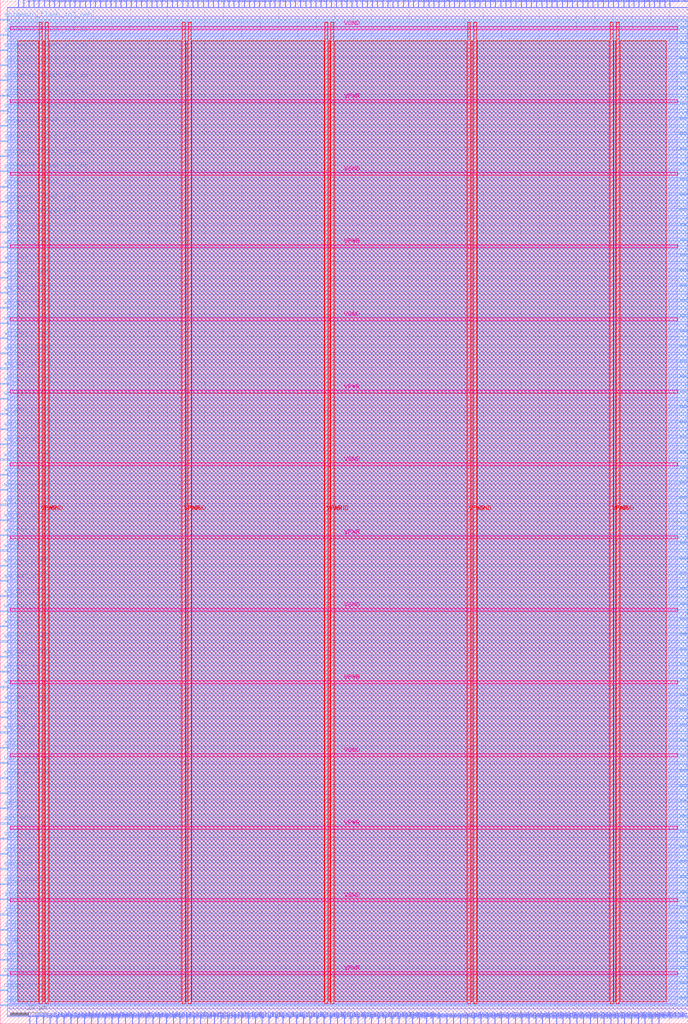
<source format=lef>
VERSION 5.7 ;
  NOWIREEXTENSIONATPIN ON ;
  DIVIDERCHAR "/" ;
  BUSBITCHARS "[]" ;
MACRO housekeeping
  CLASS BLOCK ;
  FOREIGN housekeeping ;
  ORIGIN 0.000 0.000 ;
  SIZE 370.230 BY 550.950 ;
  PIN VGND
    DIRECTION INOUT ;
    USE GROUND ;
    PORT
      LAYER met4 ;
        RECT 24.340 10.640 25.940 538.800 ;
    END
    PORT
      LAYER met4 ;
        RECT 101.140 10.640 102.740 538.800 ;
    END
    PORT
      LAYER met4 ;
        RECT 177.940 10.640 179.540 538.800 ;
    END
    PORT
      LAYER met4 ;
        RECT 254.740 10.640 256.340 538.800 ;
    END
    PORT
      LAYER met4 ;
        RECT 331.540 10.640 333.140 538.800 ;
    END
    PORT
      LAYER met5 ;
        RECT 5.280 65.590 364.560 67.190 ;
    END
    PORT
      LAYER met5 ;
        RECT 5.280 143.790 364.560 145.390 ;
    END
    PORT
      LAYER met5 ;
        RECT 5.280 221.990 364.560 223.590 ;
    END
    PORT
      LAYER met5 ;
        RECT 5.280 300.190 364.560 301.790 ;
    END
    PORT
      LAYER met5 ;
        RECT 5.280 378.390 364.560 379.990 ;
    END
    PORT
      LAYER met5 ;
        RECT 5.280 456.590 364.560 458.190 ;
    END
    PORT
      LAYER met5 ;
        RECT 5.280 534.790 364.560 536.390 ;
    END
  END VGND
  PIN VPWR
    DIRECTION INOUT ;
    USE POWER ;
    PORT
      LAYER met4 ;
        RECT 21.040 10.640 22.640 538.800 ;
    END
    PORT
      LAYER met4 ;
        RECT 97.840 10.640 99.440 538.800 ;
    END
    PORT
      LAYER met4 ;
        RECT 174.640 10.640 176.240 538.800 ;
    END
    PORT
      LAYER met4 ;
        RECT 251.440 10.640 253.040 538.800 ;
    END
    PORT
      LAYER met4 ;
        RECT 328.240 10.640 329.840 538.800 ;
    END
    PORT
      LAYER met5 ;
        RECT 5.280 26.490 364.560 28.090 ;
    END
    PORT
      LAYER met5 ;
        RECT 5.280 104.690 364.560 106.290 ;
    END
    PORT
      LAYER met5 ;
        RECT 5.280 182.890 364.560 184.490 ;
    END
    PORT
      LAYER met5 ;
        RECT 5.280 261.090 364.560 262.690 ;
    END
    PORT
      LAYER met5 ;
        RECT 5.280 339.290 364.560 340.890 ;
    END
    PORT
      LAYER met5 ;
        RECT 5.280 417.490 364.560 419.090 ;
    END
    PORT
      LAYER met5 ;
        RECT 5.280 495.690 364.560 497.290 ;
    END
  END VPWR
  PIN debug_in
    DIRECTION OUTPUT TRISTATE ;
    USE SIGNAL ;
    PORT
      LAYER met3 ;
        RECT 0.000 9.560 4.000 10.160 ;
    END
  END debug_in
  PIN debug_mode
    DIRECTION INPUT ;
    USE SIGNAL ;
    PORT
      LAYER met3 ;
        RECT 0.000 17.720 4.000 18.320 ;
    END
  END debug_mode
  PIN debug_oeb
    DIRECTION INPUT ;
    USE SIGNAL ;
    PORT
      LAYER met3 ;
        RECT 0.000 25.880 4.000 26.480 ;
    END
  END debug_oeb
  PIN debug_out
    DIRECTION INPUT ;
    USE SIGNAL ;
    PORT
      LAYER met3 ;
        RECT 0.000 34.040 4.000 34.640 ;
    END
  END debug_out
  PIN irq[0]
    DIRECTION OUTPUT TRISTATE ;
    USE SIGNAL ;
    PORT
      LAYER met3 ;
        RECT 0.000 50.360 4.000 50.960 ;
    END
  END irq[0]
  PIN irq[1]
    DIRECTION OUTPUT TRISTATE ;
    USE SIGNAL ;
    PORT
      LAYER met3 ;
        RECT 0.000 58.520 4.000 59.120 ;
    END
  END irq[1]
  PIN irq[2]
    DIRECTION OUTPUT TRISTATE ;
    USE SIGNAL ;
    PORT
      LAYER met3 ;
        RECT 0.000 66.680 4.000 67.280 ;
    END
  END irq[2]
  PIN mask_rev_in[0]
    DIRECTION INPUT ;
    USE SIGNAL ;
    PORT
      LAYER met2 ;
        RECT 225.490 0.000 225.770 4.000 ;
    END
  END mask_rev_in[0]
  PIN mask_rev_in[10]
    DIRECTION INPUT ;
    USE SIGNAL ;
    PORT
      LAYER met2 ;
        RECT 262.290 0.000 262.570 4.000 ;
    END
  END mask_rev_in[10]
  PIN mask_rev_in[11]
    DIRECTION INPUT ;
    USE SIGNAL ;
    PORT
      LAYER met2 ;
        RECT 265.970 0.000 266.250 4.000 ;
    END
  END mask_rev_in[11]
  PIN mask_rev_in[12]
    DIRECTION INPUT ;
    USE SIGNAL ;
    PORT
      LAYER met2 ;
        RECT 269.650 0.000 269.930 4.000 ;
    END
  END mask_rev_in[12]
  PIN mask_rev_in[13]
    DIRECTION INPUT ;
    USE SIGNAL ;
    PORT
      LAYER met2 ;
        RECT 273.330 0.000 273.610 4.000 ;
    END
  END mask_rev_in[13]
  PIN mask_rev_in[14]
    DIRECTION INPUT ;
    USE SIGNAL ;
    PORT
      LAYER met2 ;
        RECT 277.010 0.000 277.290 4.000 ;
    END
  END mask_rev_in[14]
  PIN mask_rev_in[15]
    DIRECTION INPUT ;
    USE SIGNAL ;
    PORT
      LAYER met2 ;
        RECT 280.690 0.000 280.970 4.000 ;
    END
  END mask_rev_in[15]
  PIN mask_rev_in[16]
    DIRECTION INPUT ;
    USE SIGNAL ;
    PORT
      LAYER met2 ;
        RECT 284.370 0.000 284.650 4.000 ;
    END
  END mask_rev_in[16]
  PIN mask_rev_in[17]
    DIRECTION INPUT ;
    USE SIGNAL ;
    PORT
      LAYER met2 ;
        RECT 288.050 0.000 288.330 4.000 ;
    END
  END mask_rev_in[17]
  PIN mask_rev_in[18]
    DIRECTION INPUT ;
    USE SIGNAL ;
    PORT
      LAYER met2 ;
        RECT 291.730 0.000 292.010 4.000 ;
    END
  END mask_rev_in[18]
  PIN mask_rev_in[19]
    DIRECTION INPUT ;
    USE SIGNAL ;
    PORT
      LAYER met2 ;
        RECT 295.410 0.000 295.690 4.000 ;
    END
  END mask_rev_in[19]
  PIN mask_rev_in[1]
    DIRECTION INPUT ;
    USE SIGNAL ;
    PORT
      LAYER met2 ;
        RECT 229.170 0.000 229.450 4.000 ;
    END
  END mask_rev_in[1]
  PIN mask_rev_in[20]
    DIRECTION INPUT ;
    USE SIGNAL ;
    PORT
      LAYER met2 ;
        RECT 299.090 0.000 299.370 4.000 ;
    END
  END mask_rev_in[20]
  PIN mask_rev_in[21]
    DIRECTION INPUT ;
    USE SIGNAL ;
    PORT
      LAYER met2 ;
        RECT 302.770 0.000 303.050 4.000 ;
    END
  END mask_rev_in[21]
  PIN mask_rev_in[22]
    DIRECTION INPUT ;
    USE SIGNAL ;
    PORT
      LAYER met2 ;
        RECT 306.450 0.000 306.730 4.000 ;
    END
  END mask_rev_in[22]
  PIN mask_rev_in[23]
    DIRECTION INPUT ;
    USE SIGNAL ;
    PORT
      LAYER met2 ;
        RECT 310.130 0.000 310.410 4.000 ;
    END
  END mask_rev_in[23]
  PIN mask_rev_in[24]
    DIRECTION INPUT ;
    USE SIGNAL ;
    PORT
      LAYER met2 ;
        RECT 313.810 0.000 314.090 4.000 ;
    END
  END mask_rev_in[24]
  PIN mask_rev_in[25]
    DIRECTION INPUT ;
    USE SIGNAL ;
    PORT
      LAYER met2 ;
        RECT 317.490 0.000 317.770 4.000 ;
    END
  END mask_rev_in[25]
  PIN mask_rev_in[26]
    DIRECTION INPUT ;
    USE SIGNAL ;
    PORT
      LAYER met2 ;
        RECT 321.170 0.000 321.450 4.000 ;
    END
  END mask_rev_in[26]
  PIN mask_rev_in[27]
    DIRECTION INPUT ;
    USE SIGNAL ;
    PORT
      LAYER met2 ;
        RECT 324.850 0.000 325.130 4.000 ;
    END
  END mask_rev_in[27]
  PIN mask_rev_in[28]
    DIRECTION INPUT ;
    USE SIGNAL ;
    PORT
      LAYER met2 ;
        RECT 328.530 0.000 328.810 4.000 ;
    END
  END mask_rev_in[28]
  PIN mask_rev_in[29]
    DIRECTION INPUT ;
    USE SIGNAL ;
    PORT
      LAYER met2 ;
        RECT 332.210 0.000 332.490 4.000 ;
    END
  END mask_rev_in[29]
  PIN mask_rev_in[2]
    DIRECTION INPUT ;
    USE SIGNAL ;
    PORT
      LAYER met2 ;
        RECT 232.850 0.000 233.130 4.000 ;
    END
  END mask_rev_in[2]
  PIN mask_rev_in[30]
    DIRECTION INPUT ;
    USE SIGNAL ;
    PORT
      LAYER met2 ;
        RECT 335.890 0.000 336.170 4.000 ;
    END
  END mask_rev_in[30]
  PIN mask_rev_in[31]
    DIRECTION INPUT ;
    USE SIGNAL ;
    PORT
      LAYER met2 ;
        RECT 339.570 0.000 339.850 4.000 ;
    END
  END mask_rev_in[31]
  PIN mask_rev_in[3]
    DIRECTION INPUT ;
    USE SIGNAL ;
    PORT
      LAYER met2 ;
        RECT 236.530 0.000 236.810 4.000 ;
    END
  END mask_rev_in[3]
  PIN mask_rev_in[4]
    DIRECTION INPUT ;
    USE SIGNAL ;
    PORT
      LAYER met2 ;
        RECT 240.210 0.000 240.490 4.000 ;
    END
  END mask_rev_in[4]
  PIN mask_rev_in[5]
    DIRECTION INPUT ;
    USE SIGNAL ;
    PORT
      LAYER met2 ;
        RECT 243.890 0.000 244.170 4.000 ;
    END
  END mask_rev_in[5]
  PIN mask_rev_in[6]
    DIRECTION INPUT ;
    USE SIGNAL ;
    PORT
      LAYER met2 ;
        RECT 247.570 0.000 247.850 4.000 ;
    END
  END mask_rev_in[6]
  PIN mask_rev_in[7]
    DIRECTION INPUT ;
    USE SIGNAL ;
    PORT
      LAYER met2 ;
        RECT 251.250 0.000 251.530 4.000 ;
    END
  END mask_rev_in[7]
  PIN mask_rev_in[8]
    DIRECTION INPUT ;
    USE SIGNAL ;
    PORT
      LAYER met2 ;
        RECT 254.930 0.000 255.210 4.000 ;
    END
  END mask_rev_in[8]
  PIN mask_rev_in[9]
    DIRECTION INPUT ;
    USE SIGNAL ;
    PORT
      LAYER met2 ;
        RECT 258.610 0.000 258.890 4.000 ;
    END
  END mask_rev_in[9]
  PIN mgmt_gpio_in[0]
    DIRECTION INPUT ;
    USE SIGNAL ;
    PORT
      LAYER met3 ;
        RECT 366.230 54.440 370.230 55.040 ;
    END
  END mgmt_gpio_in[0]
  PIN mgmt_gpio_in[10]
    DIRECTION INPUT ;
    USE SIGNAL ;
    PORT
      LAYER met3 ;
        RECT 366.230 299.240 370.230 299.840 ;
    END
  END mgmt_gpio_in[10]
  PIN mgmt_gpio_in[11]
    DIRECTION INPUT ;
    USE SIGNAL ;
    PORT
      LAYER met3 ;
        RECT 366.230 323.720 370.230 324.320 ;
    END
  END mgmt_gpio_in[11]
  PIN mgmt_gpio_in[12]
    DIRECTION INPUT ;
    USE SIGNAL ;
    PORT
      LAYER met3 ;
        RECT 366.230 348.200 370.230 348.800 ;
    END
  END mgmt_gpio_in[12]
  PIN mgmt_gpio_in[13]
    DIRECTION INPUT ;
    USE SIGNAL ;
    PORT
      LAYER met3 ;
        RECT 366.230 372.680 370.230 373.280 ;
    END
  END mgmt_gpio_in[13]
  PIN mgmt_gpio_in[14]
    DIRECTION INPUT ;
    USE SIGNAL ;
    PORT
      LAYER met3 ;
        RECT 366.230 397.160 370.230 397.760 ;
    END
  END mgmt_gpio_in[14]
  PIN mgmt_gpio_in[15]
    DIRECTION INPUT ;
    USE SIGNAL ;
    PORT
      LAYER met3 ;
        RECT 366.230 421.640 370.230 422.240 ;
    END
  END mgmt_gpio_in[15]
  PIN mgmt_gpio_in[16]
    DIRECTION INPUT ;
    USE SIGNAL ;
    PORT
      LAYER met3 ;
        RECT 366.230 446.120 370.230 446.720 ;
    END
  END mgmt_gpio_in[16]
  PIN mgmt_gpio_in[17]
    DIRECTION INPUT ;
    USE SIGNAL ;
    PORT
      LAYER met3 ;
        RECT 366.230 470.600 370.230 471.200 ;
    END
  END mgmt_gpio_in[17]
  PIN mgmt_gpio_in[18]
    DIRECTION INPUT ;
    USE SIGNAL ;
    PORT
      LAYER met3 ;
        RECT 366.230 495.080 370.230 495.680 ;
    END
  END mgmt_gpio_in[18]
  PIN mgmt_gpio_in[19]
    DIRECTION INPUT ;
    USE SIGNAL ;
    PORT
      LAYER met3 ;
        RECT 366.230 519.560 370.230 520.160 ;
    END
  END mgmt_gpio_in[19]
  PIN mgmt_gpio_in[1]
    DIRECTION INPUT ;
    USE SIGNAL ;
    PORT
      LAYER met3 ;
        RECT 366.230 78.920 370.230 79.520 ;
    END
  END mgmt_gpio_in[1]
  PIN mgmt_gpio_in[20]
    DIRECTION INPUT ;
    USE SIGNAL ;
    PORT
      LAYER met2 ;
        RECT 213.990 546.950 214.270 550.950 ;
    END
  END mgmt_gpio_in[20]
  PIN mgmt_gpio_in[21]
    DIRECTION INPUT ;
    USE SIGNAL ;
    PORT
      LAYER met2 ;
        RECT 222.270 546.950 222.550 550.950 ;
    END
  END mgmt_gpio_in[21]
  PIN mgmt_gpio_in[22]
    DIRECTION INPUT ;
    USE SIGNAL ;
    PORT
      LAYER met2 ;
        RECT 230.550 546.950 230.830 550.950 ;
    END
  END mgmt_gpio_in[22]
  PIN mgmt_gpio_in[23]
    DIRECTION INPUT ;
    USE SIGNAL ;
    PORT
      LAYER met2 ;
        RECT 238.830 546.950 239.110 550.950 ;
    END
  END mgmt_gpio_in[23]
  PIN mgmt_gpio_in[24]
    DIRECTION INPUT ;
    USE SIGNAL ;
    PORT
      LAYER met2 ;
        RECT 247.110 546.950 247.390 550.950 ;
    END
  END mgmt_gpio_in[24]
  PIN mgmt_gpio_in[25]
    DIRECTION INPUT ;
    USE SIGNAL ;
    PORT
      LAYER met2 ;
        RECT 255.390 546.950 255.670 550.950 ;
    END
  END mgmt_gpio_in[25]
  PIN mgmt_gpio_in[26]
    DIRECTION INPUT ;
    USE SIGNAL ;
    PORT
      LAYER met2 ;
        RECT 263.670 546.950 263.950 550.950 ;
    END
  END mgmt_gpio_in[26]
  PIN mgmt_gpio_in[27]
    DIRECTION INPUT ;
    USE SIGNAL ;
    PORT
      LAYER met2 ;
        RECT 271.950 546.950 272.230 550.950 ;
    END
  END mgmt_gpio_in[27]
  PIN mgmt_gpio_in[28]
    DIRECTION INPUT ;
    USE SIGNAL ;
    PORT
      LAYER met2 ;
        RECT 280.230 546.950 280.510 550.950 ;
    END
  END mgmt_gpio_in[28]
  PIN mgmt_gpio_in[29]
    DIRECTION INPUT ;
    USE SIGNAL ;
    PORT
      LAYER met2 ;
        RECT 288.510 546.950 288.790 550.950 ;
    END
  END mgmt_gpio_in[29]
  PIN mgmt_gpio_in[2]
    DIRECTION INPUT ;
    USE SIGNAL ;
    PORT
      LAYER met3 ;
        RECT 366.230 103.400 370.230 104.000 ;
    END
  END mgmt_gpio_in[2]
  PIN mgmt_gpio_in[30]
    DIRECTION INPUT ;
    USE SIGNAL ;
    PORT
      LAYER met2 ;
        RECT 296.790 546.950 297.070 550.950 ;
    END
  END mgmt_gpio_in[30]
  PIN mgmt_gpio_in[31]
    DIRECTION INPUT ;
    USE SIGNAL ;
    PORT
      LAYER met2 ;
        RECT 305.070 546.950 305.350 550.950 ;
    END
  END mgmt_gpio_in[31]
  PIN mgmt_gpio_in[32]
    DIRECTION INPUT ;
    USE SIGNAL ;
    PORT
      LAYER met2 ;
        RECT 313.350 546.950 313.630 550.950 ;
    END
  END mgmt_gpio_in[32]
  PIN mgmt_gpio_in[33]
    DIRECTION INPUT ;
    USE SIGNAL ;
    PORT
      LAYER met2 ;
        RECT 321.630 546.950 321.910 550.950 ;
    END
  END mgmt_gpio_in[33]
  PIN mgmt_gpio_in[34]
    DIRECTION INPUT ;
    USE SIGNAL ;
    PORT
      LAYER met2 ;
        RECT 329.910 546.950 330.190 550.950 ;
    END
  END mgmt_gpio_in[34]
  PIN mgmt_gpio_in[35]
    DIRECTION INPUT ;
    USE SIGNAL ;
    PORT
      LAYER met2 ;
        RECT 338.190 546.950 338.470 550.950 ;
    END
  END mgmt_gpio_in[35]
  PIN mgmt_gpio_in[36]
    DIRECTION INPUT ;
    USE SIGNAL ;
    PORT
      LAYER met2 ;
        RECT 346.470 546.950 346.750 550.950 ;
    END
  END mgmt_gpio_in[36]
  PIN mgmt_gpio_in[37]
    DIRECTION INPUT ;
    USE SIGNAL ;
    PORT
      LAYER met2 ;
        RECT 354.750 546.950 355.030 550.950 ;
    END
  END mgmt_gpio_in[37]
  PIN mgmt_gpio_in[3]
    DIRECTION INPUT ;
    USE SIGNAL ;
    PORT
      LAYER met3 ;
        RECT 366.230 127.880 370.230 128.480 ;
    END
  END mgmt_gpio_in[3]
  PIN mgmt_gpio_in[4]
    DIRECTION INPUT ;
    USE SIGNAL ;
    PORT
      LAYER met3 ;
        RECT 366.230 152.360 370.230 152.960 ;
    END
  END mgmt_gpio_in[4]
  PIN mgmt_gpio_in[5]
    DIRECTION INPUT ;
    USE SIGNAL ;
    PORT
      LAYER met3 ;
        RECT 366.230 176.840 370.230 177.440 ;
    END
  END mgmt_gpio_in[5]
  PIN mgmt_gpio_in[6]
    DIRECTION INPUT ;
    USE SIGNAL ;
    PORT
      LAYER met3 ;
        RECT 366.230 201.320 370.230 201.920 ;
    END
  END mgmt_gpio_in[6]
  PIN mgmt_gpio_in[7]
    DIRECTION INPUT ;
    USE SIGNAL ;
    PORT
      LAYER met3 ;
        RECT 366.230 225.800 370.230 226.400 ;
    END
  END mgmt_gpio_in[7]
  PIN mgmt_gpio_in[8]
    DIRECTION INPUT ;
    USE SIGNAL ;
    PORT
      LAYER met3 ;
        RECT 366.230 250.280 370.230 250.880 ;
    END
  END mgmt_gpio_in[8]
  PIN mgmt_gpio_in[9]
    DIRECTION INPUT ;
    USE SIGNAL ;
    PORT
      LAYER met3 ;
        RECT 366.230 274.760 370.230 275.360 ;
    END
  END mgmt_gpio_in[9]
  PIN mgmt_gpio_oeb[0]
    DIRECTION OUTPUT TRISTATE ;
    USE SIGNAL ;
    PORT
      LAYER met3 ;
        RECT 366.230 62.600 370.230 63.200 ;
    END
  END mgmt_gpio_oeb[0]
  PIN mgmt_gpio_oeb[10]
    DIRECTION OUTPUT TRISTATE ;
    USE SIGNAL ;
    PORT
      LAYER met3 ;
        RECT 366.230 307.400 370.230 308.000 ;
    END
  END mgmt_gpio_oeb[10]
  PIN mgmt_gpio_oeb[11]
    DIRECTION OUTPUT TRISTATE ;
    USE SIGNAL ;
    PORT
      LAYER met3 ;
        RECT 366.230 331.880 370.230 332.480 ;
    END
  END mgmt_gpio_oeb[11]
  PIN mgmt_gpio_oeb[12]
    DIRECTION OUTPUT TRISTATE ;
    USE SIGNAL ;
    PORT
      LAYER met3 ;
        RECT 366.230 356.360 370.230 356.960 ;
    END
  END mgmt_gpio_oeb[12]
  PIN mgmt_gpio_oeb[13]
    DIRECTION OUTPUT TRISTATE ;
    USE SIGNAL ;
    PORT
      LAYER met3 ;
        RECT 366.230 380.840 370.230 381.440 ;
    END
  END mgmt_gpio_oeb[13]
  PIN mgmt_gpio_oeb[14]
    DIRECTION OUTPUT TRISTATE ;
    USE SIGNAL ;
    PORT
      LAYER met3 ;
        RECT 366.230 405.320 370.230 405.920 ;
    END
  END mgmt_gpio_oeb[14]
  PIN mgmt_gpio_oeb[15]
    DIRECTION OUTPUT TRISTATE ;
    USE SIGNAL ;
    PORT
      LAYER met3 ;
        RECT 366.230 429.800 370.230 430.400 ;
    END
  END mgmt_gpio_oeb[15]
  PIN mgmt_gpio_oeb[16]
    DIRECTION OUTPUT TRISTATE ;
    USE SIGNAL ;
    PORT
      LAYER met3 ;
        RECT 366.230 454.280 370.230 454.880 ;
    END
  END mgmt_gpio_oeb[16]
  PIN mgmt_gpio_oeb[17]
    DIRECTION OUTPUT TRISTATE ;
    USE SIGNAL ;
    PORT
      LAYER met3 ;
        RECT 366.230 478.760 370.230 479.360 ;
    END
  END mgmt_gpio_oeb[17]
  PIN mgmt_gpio_oeb[18]
    DIRECTION OUTPUT TRISTATE ;
    USE SIGNAL ;
    PORT
      LAYER met3 ;
        RECT 366.230 503.240 370.230 503.840 ;
    END
  END mgmt_gpio_oeb[18]
  PIN mgmt_gpio_oeb[19]
    DIRECTION OUTPUT TRISTATE ;
    USE SIGNAL ;
    PORT
      LAYER met3 ;
        RECT 366.230 527.720 370.230 528.320 ;
    END
  END mgmt_gpio_oeb[19]
  PIN mgmt_gpio_oeb[1]
    DIRECTION OUTPUT TRISTATE ;
    USE SIGNAL ;
    PORT
      LAYER met3 ;
        RECT 366.230 87.080 370.230 87.680 ;
    END
  END mgmt_gpio_oeb[1]
  PIN mgmt_gpio_oeb[20]
    DIRECTION OUTPUT TRISTATE ;
    USE SIGNAL ;
    PORT
      LAYER met2 ;
        RECT 216.750 546.950 217.030 550.950 ;
    END
  END mgmt_gpio_oeb[20]
  PIN mgmt_gpio_oeb[21]
    DIRECTION OUTPUT TRISTATE ;
    USE SIGNAL ;
    PORT
      LAYER met2 ;
        RECT 225.030 546.950 225.310 550.950 ;
    END
  END mgmt_gpio_oeb[21]
  PIN mgmt_gpio_oeb[22]
    DIRECTION OUTPUT TRISTATE ;
    USE SIGNAL ;
    PORT
      LAYER met2 ;
        RECT 233.310 546.950 233.590 550.950 ;
    END
  END mgmt_gpio_oeb[22]
  PIN mgmt_gpio_oeb[23]
    DIRECTION OUTPUT TRISTATE ;
    USE SIGNAL ;
    PORT
      LAYER met2 ;
        RECT 241.590 546.950 241.870 550.950 ;
    END
  END mgmt_gpio_oeb[23]
  PIN mgmt_gpio_oeb[24]
    DIRECTION OUTPUT TRISTATE ;
    USE SIGNAL ;
    PORT
      LAYER met2 ;
        RECT 249.870 546.950 250.150 550.950 ;
    END
  END mgmt_gpio_oeb[24]
  PIN mgmt_gpio_oeb[25]
    DIRECTION OUTPUT TRISTATE ;
    USE SIGNAL ;
    PORT
      LAYER met2 ;
        RECT 258.150 546.950 258.430 550.950 ;
    END
  END mgmt_gpio_oeb[25]
  PIN mgmt_gpio_oeb[26]
    DIRECTION OUTPUT TRISTATE ;
    USE SIGNAL ;
    PORT
      LAYER met2 ;
        RECT 266.430 546.950 266.710 550.950 ;
    END
  END mgmt_gpio_oeb[26]
  PIN mgmt_gpio_oeb[27]
    DIRECTION OUTPUT TRISTATE ;
    USE SIGNAL ;
    PORT
      LAYER met2 ;
        RECT 274.710 546.950 274.990 550.950 ;
    END
  END mgmt_gpio_oeb[27]
  PIN mgmt_gpio_oeb[28]
    DIRECTION OUTPUT TRISTATE ;
    USE SIGNAL ;
    PORT
      LAYER met2 ;
        RECT 282.990 546.950 283.270 550.950 ;
    END
  END mgmt_gpio_oeb[28]
  PIN mgmt_gpio_oeb[29]
    DIRECTION OUTPUT TRISTATE ;
    USE SIGNAL ;
    PORT
      LAYER met2 ;
        RECT 291.270 546.950 291.550 550.950 ;
    END
  END mgmt_gpio_oeb[29]
  PIN mgmt_gpio_oeb[2]
    DIRECTION OUTPUT TRISTATE ;
    USE SIGNAL ;
    PORT
      LAYER met3 ;
        RECT 366.230 111.560 370.230 112.160 ;
    END
  END mgmt_gpio_oeb[2]
  PIN mgmt_gpio_oeb[30]
    DIRECTION OUTPUT TRISTATE ;
    USE SIGNAL ;
    PORT
      LAYER met2 ;
        RECT 299.550 546.950 299.830 550.950 ;
    END
  END mgmt_gpio_oeb[30]
  PIN mgmt_gpio_oeb[31]
    DIRECTION OUTPUT TRISTATE ;
    USE SIGNAL ;
    PORT
      LAYER met2 ;
        RECT 307.830 546.950 308.110 550.950 ;
    END
  END mgmt_gpio_oeb[31]
  PIN mgmt_gpio_oeb[32]
    DIRECTION OUTPUT TRISTATE ;
    USE SIGNAL ;
    PORT
      LAYER met2 ;
        RECT 316.110 546.950 316.390 550.950 ;
    END
  END mgmt_gpio_oeb[32]
  PIN mgmt_gpio_oeb[33]
    DIRECTION OUTPUT TRISTATE ;
    USE SIGNAL ;
    PORT
      LAYER met2 ;
        RECT 324.390 546.950 324.670 550.950 ;
    END
  END mgmt_gpio_oeb[33]
  PIN mgmt_gpio_oeb[34]
    DIRECTION OUTPUT TRISTATE ;
    USE SIGNAL ;
    PORT
      LAYER met2 ;
        RECT 332.670 546.950 332.950 550.950 ;
    END
  END mgmt_gpio_oeb[34]
  PIN mgmt_gpio_oeb[35]
    DIRECTION OUTPUT TRISTATE ;
    USE SIGNAL ;
    PORT
      LAYER met2 ;
        RECT 340.950 546.950 341.230 550.950 ;
    END
  END mgmt_gpio_oeb[35]
  PIN mgmt_gpio_oeb[36]
    DIRECTION OUTPUT TRISTATE ;
    USE SIGNAL ;
    PORT
      LAYER met2 ;
        RECT 349.230 546.950 349.510 550.950 ;
    END
  END mgmt_gpio_oeb[36]
  PIN mgmt_gpio_oeb[37]
    DIRECTION OUTPUT TRISTATE ;
    USE SIGNAL ;
    PORT
      LAYER met2 ;
        RECT 357.510 546.950 357.790 550.950 ;
    END
  END mgmt_gpio_oeb[37]
  PIN mgmt_gpio_oeb[3]
    DIRECTION OUTPUT TRISTATE ;
    USE SIGNAL ;
    PORT
      LAYER met3 ;
        RECT 366.230 136.040 370.230 136.640 ;
    END
  END mgmt_gpio_oeb[3]
  PIN mgmt_gpio_oeb[4]
    DIRECTION OUTPUT TRISTATE ;
    USE SIGNAL ;
    PORT
      LAYER met3 ;
        RECT 366.230 160.520 370.230 161.120 ;
    END
  END mgmt_gpio_oeb[4]
  PIN mgmt_gpio_oeb[5]
    DIRECTION OUTPUT TRISTATE ;
    USE SIGNAL ;
    PORT
      LAYER met3 ;
        RECT 366.230 185.000 370.230 185.600 ;
    END
  END mgmt_gpio_oeb[5]
  PIN mgmt_gpio_oeb[6]
    DIRECTION OUTPUT TRISTATE ;
    USE SIGNAL ;
    PORT
      LAYER met3 ;
        RECT 366.230 209.480 370.230 210.080 ;
    END
  END mgmt_gpio_oeb[6]
  PIN mgmt_gpio_oeb[7]
    DIRECTION OUTPUT TRISTATE ;
    USE SIGNAL ;
    PORT
      LAYER met3 ;
        RECT 366.230 233.960 370.230 234.560 ;
    END
  END mgmt_gpio_oeb[7]
  PIN mgmt_gpio_oeb[8]
    DIRECTION OUTPUT TRISTATE ;
    USE SIGNAL ;
    PORT
      LAYER met3 ;
        RECT 366.230 258.440 370.230 259.040 ;
    END
  END mgmt_gpio_oeb[8]
  PIN mgmt_gpio_oeb[9]
    DIRECTION OUTPUT TRISTATE ;
    USE SIGNAL ;
    PORT
      LAYER met3 ;
        RECT 366.230 282.920 370.230 283.520 ;
    END
  END mgmt_gpio_oeb[9]
  PIN mgmt_gpio_out[0]
    DIRECTION OUTPUT TRISTATE ;
    USE SIGNAL ;
    PORT
      LAYER met3 ;
        RECT 366.230 70.760 370.230 71.360 ;
    END
  END mgmt_gpio_out[0]
  PIN mgmt_gpio_out[10]
    DIRECTION OUTPUT TRISTATE ;
    USE SIGNAL ;
    PORT
      LAYER met3 ;
        RECT 366.230 315.560 370.230 316.160 ;
    END
  END mgmt_gpio_out[10]
  PIN mgmt_gpio_out[11]
    DIRECTION OUTPUT TRISTATE ;
    USE SIGNAL ;
    PORT
      LAYER met3 ;
        RECT 366.230 340.040 370.230 340.640 ;
    END
  END mgmt_gpio_out[11]
  PIN mgmt_gpio_out[12]
    DIRECTION OUTPUT TRISTATE ;
    USE SIGNAL ;
    PORT
      LAYER met3 ;
        RECT 366.230 364.520 370.230 365.120 ;
    END
  END mgmt_gpio_out[12]
  PIN mgmt_gpio_out[13]
    DIRECTION OUTPUT TRISTATE ;
    USE SIGNAL ;
    PORT
      LAYER met3 ;
        RECT 366.230 389.000 370.230 389.600 ;
    END
  END mgmt_gpio_out[13]
  PIN mgmt_gpio_out[14]
    DIRECTION OUTPUT TRISTATE ;
    USE SIGNAL ;
    PORT
      LAYER met3 ;
        RECT 366.230 413.480 370.230 414.080 ;
    END
  END mgmt_gpio_out[14]
  PIN mgmt_gpio_out[15]
    DIRECTION OUTPUT TRISTATE ;
    USE SIGNAL ;
    PORT
      LAYER met3 ;
        RECT 366.230 437.960 370.230 438.560 ;
    END
  END mgmt_gpio_out[15]
  PIN mgmt_gpio_out[16]
    DIRECTION OUTPUT TRISTATE ;
    USE SIGNAL ;
    PORT
      LAYER met3 ;
        RECT 366.230 462.440 370.230 463.040 ;
    END
  END mgmt_gpio_out[16]
  PIN mgmt_gpio_out[17]
    DIRECTION OUTPUT TRISTATE ;
    USE SIGNAL ;
    PORT
      LAYER met3 ;
        RECT 366.230 486.920 370.230 487.520 ;
    END
  END mgmt_gpio_out[17]
  PIN mgmt_gpio_out[18]
    DIRECTION OUTPUT TRISTATE ;
    USE SIGNAL ;
    PORT
      LAYER met3 ;
        RECT 366.230 511.400 370.230 512.000 ;
    END
  END mgmt_gpio_out[18]
  PIN mgmt_gpio_out[19]
    DIRECTION OUTPUT TRISTATE ;
    USE SIGNAL ;
    PORT
      LAYER met3 ;
        RECT 366.230 535.880 370.230 536.480 ;
    END
  END mgmt_gpio_out[19]
  PIN mgmt_gpio_out[1]
    DIRECTION OUTPUT TRISTATE ;
    USE SIGNAL ;
    PORT
      LAYER met3 ;
        RECT 366.230 95.240 370.230 95.840 ;
    END
  END mgmt_gpio_out[1]
  PIN mgmt_gpio_out[20]
    DIRECTION OUTPUT TRISTATE ;
    USE SIGNAL ;
    PORT
      LAYER met2 ;
        RECT 219.510 546.950 219.790 550.950 ;
    END
  END mgmt_gpio_out[20]
  PIN mgmt_gpio_out[21]
    DIRECTION OUTPUT TRISTATE ;
    USE SIGNAL ;
    PORT
      LAYER met2 ;
        RECT 227.790 546.950 228.070 550.950 ;
    END
  END mgmt_gpio_out[21]
  PIN mgmt_gpio_out[22]
    DIRECTION OUTPUT TRISTATE ;
    USE SIGNAL ;
    PORT
      LAYER met2 ;
        RECT 236.070 546.950 236.350 550.950 ;
    END
  END mgmt_gpio_out[22]
  PIN mgmt_gpio_out[23]
    DIRECTION OUTPUT TRISTATE ;
    USE SIGNAL ;
    PORT
      LAYER met2 ;
        RECT 244.350 546.950 244.630 550.950 ;
    END
  END mgmt_gpio_out[23]
  PIN mgmt_gpio_out[24]
    DIRECTION OUTPUT TRISTATE ;
    USE SIGNAL ;
    PORT
      LAYER met2 ;
        RECT 252.630 546.950 252.910 550.950 ;
    END
  END mgmt_gpio_out[24]
  PIN mgmt_gpio_out[25]
    DIRECTION OUTPUT TRISTATE ;
    USE SIGNAL ;
    PORT
      LAYER met2 ;
        RECT 260.910 546.950 261.190 550.950 ;
    END
  END mgmt_gpio_out[25]
  PIN mgmt_gpio_out[26]
    DIRECTION OUTPUT TRISTATE ;
    USE SIGNAL ;
    PORT
      LAYER met2 ;
        RECT 269.190 546.950 269.470 550.950 ;
    END
  END mgmt_gpio_out[26]
  PIN mgmt_gpio_out[27]
    DIRECTION OUTPUT TRISTATE ;
    USE SIGNAL ;
    PORT
      LAYER met2 ;
        RECT 277.470 546.950 277.750 550.950 ;
    END
  END mgmt_gpio_out[27]
  PIN mgmt_gpio_out[28]
    DIRECTION OUTPUT TRISTATE ;
    USE SIGNAL ;
    PORT
      LAYER met2 ;
        RECT 285.750 546.950 286.030 550.950 ;
    END
  END mgmt_gpio_out[28]
  PIN mgmt_gpio_out[29]
    DIRECTION OUTPUT TRISTATE ;
    USE SIGNAL ;
    PORT
      LAYER met2 ;
        RECT 294.030 546.950 294.310 550.950 ;
    END
  END mgmt_gpio_out[29]
  PIN mgmt_gpio_out[2]
    DIRECTION OUTPUT TRISTATE ;
    USE SIGNAL ;
    PORT
      LAYER met3 ;
        RECT 366.230 119.720 370.230 120.320 ;
    END
  END mgmt_gpio_out[2]
  PIN mgmt_gpio_out[30]
    DIRECTION OUTPUT TRISTATE ;
    USE SIGNAL ;
    PORT
      LAYER met2 ;
        RECT 302.310 546.950 302.590 550.950 ;
    END
  END mgmt_gpio_out[30]
  PIN mgmt_gpio_out[31]
    DIRECTION OUTPUT TRISTATE ;
    USE SIGNAL ;
    PORT
      LAYER met2 ;
        RECT 310.590 546.950 310.870 550.950 ;
    END
  END mgmt_gpio_out[31]
  PIN mgmt_gpio_out[32]
    DIRECTION OUTPUT TRISTATE ;
    USE SIGNAL ;
    PORT
      LAYER met2 ;
        RECT 318.870 546.950 319.150 550.950 ;
    END
  END mgmt_gpio_out[32]
  PIN mgmt_gpio_out[33]
    DIRECTION OUTPUT TRISTATE ;
    USE SIGNAL ;
    PORT
      LAYER met2 ;
        RECT 327.150 546.950 327.430 550.950 ;
    END
  END mgmt_gpio_out[33]
  PIN mgmt_gpio_out[34]
    DIRECTION OUTPUT TRISTATE ;
    USE SIGNAL ;
    PORT
      LAYER met2 ;
        RECT 335.430 546.950 335.710 550.950 ;
    END
  END mgmt_gpio_out[34]
  PIN mgmt_gpio_out[35]
    DIRECTION OUTPUT TRISTATE ;
    USE SIGNAL ;
    PORT
      LAYER met2 ;
        RECT 343.710 546.950 343.990 550.950 ;
    END
  END mgmt_gpio_out[35]
  PIN mgmt_gpio_out[36]
    DIRECTION OUTPUT TRISTATE ;
    USE SIGNAL ;
    PORT
      LAYER met2 ;
        RECT 351.990 546.950 352.270 550.950 ;
    END
  END mgmt_gpio_out[36]
  PIN mgmt_gpio_out[37]
    DIRECTION OUTPUT TRISTATE ;
    USE SIGNAL ;
    PORT
      LAYER met2 ;
        RECT 360.270 546.950 360.550 550.950 ;
    END
  END mgmt_gpio_out[37]
  PIN mgmt_gpio_out[3]
    DIRECTION OUTPUT TRISTATE ;
    USE SIGNAL ;
    PORT
      LAYER met3 ;
        RECT 366.230 144.200 370.230 144.800 ;
    END
  END mgmt_gpio_out[3]
  PIN mgmt_gpio_out[4]
    DIRECTION OUTPUT TRISTATE ;
    USE SIGNAL ;
    PORT
      LAYER met3 ;
        RECT 366.230 168.680 370.230 169.280 ;
    END
  END mgmt_gpio_out[4]
  PIN mgmt_gpio_out[5]
    DIRECTION OUTPUT TRISTATE ;
    USE SIGNAL ;
    PORT
      LAYER met3 ;
        RECT 366.230 193.160 370.230 193.760 ;
    END
  END mgmt_gpio_out[5]
  PIN mgmt_gpio_out[6]
    DIRECTION OUTPUT TRISTATE ;
    USE SIGNAL ;
    PORT
      LAYER met3 ;
        RECT 366.230 217.640 370.230 218.240 ;
    END
  END mgmt_gpio_out[6]
  PIN mgmt_gpio_out[7]
    DIRECTION OUTPUT TRISTATE ;
    USE SIGNAL ;
    PORT
      LAYER met3 ;
        RECT 366.230 242.120 370.230 242.720 ;
    END
  END mgmt_gpio_out[7]
  PIN mgmt_gpio_out[8]
    DIRECTION OUTPUT TRISTATE ;
    USE SIGNAL ;
    PORT
      LAYER met3 ;
        RECT 366.230 266.600 370.230 267.200 ;
    END
  END mgmt_gpio_out[8]
  PIN mgmt_gpio_out[9]
    DIRECTION OUTPUT TRISTATE ;
    USE SIGNAL ;
    PORT
      LAYER met3 ;
        RECT 366.230 291.080 370.230 291.680 ;
    END
  END mgmt_gpio_out[9]
  PIN pad_flash_clk
    DIRECTION OUTPUT TRISTATE ;
    USE SIGNAL ;
    PORT
      LAYER met2 ;
        RECT 19.410 0.000 19.690 4.000 ;
    END
  END pad_flash_clk
  PIN pad_flash_clk_oeb
    DIRECTION OUTPUT TRISTATE ;
    USE SIGNAL ;
    PORT
      LAYER met2 ;
        RECT 23.090 0.000 23.370 4.000 ;
    END
  END pad_flash_clk_oeb
  PIN pad_flash_csb
    DIRECTION OUTPUT TRISTATE ;
    USE SIGNAL ;
    PORT
      LAYER met2 ;
        RECT 26.770 0.000 27.050 4.000 ;
    END
  END pad_flash_csb
  PIN pad_flash_csb_oeb
    DIRECTION OUTPUT TRISTATE ;
    USE SIGNAL ;
    PORT
      LAYER met2 ;
        RECT 30.450 0.000 30.730 4.000 ;
    END
  END pad_flash_csb_oeb
  PIN pad_flash_io0_di
    DIRECTION INPUT ;
    USE SIGNAL ;
    PORT
      LAYER met2 ;
        RECT 34.130 0.000 34.410 4.000 ;
    END
  END pad_flash_io0_di
  PIN pad_flash_io0_do
    DIRECTION OUTPUT TRISTATE ;
    USE SIGNAL ;
    PORT
      LAYER met2 ;
        RECT 37.810 0.000 38.090 4.000 ;
    END
  END pad_flash_io0_do
  PIN pad_flash_io0_ieb
    DIRECTION OUTPUT TRISTATE ;
    USE SIGNAL ;
    PORT
      LAYER met2 ;
        RECT 41.490 0.000 41.770 4.000 ;
    END
  END pad_flash_io0_ieb
  PIN pad_flash_io0_oeb
    DIRECTION OUTPUT TRISTATE ;
    USE SIGNAL ;
    PORT
      LAYER met2 ;
        RECT 45.170 0.000 45.450 4.000 ;
    END
  END pad_flash_io0_oeb
  PIN pad_flash_io1_di
    DIRECTION INPUT ;
    USE SIGNAL ;
    PORT
      LAYER met2 ;
        RECT 48.850 0.000 49.130 4.000 ;
    END
  END pad_flash_io1_di
  PIN pad_flash_io1_do
    DIRECTION OUTPUT TRISTATE ;
    USE SIGNAL ;
    PORT
      LAYER met2 ;
        RECT 52.530 0.000 52.810 4.000 ;
    END
  END pad_flash_io1_do
  PIN pad_flash_io1_ieb
    DIRECTION OUTPUT TRISTATE ;
    USE SIGNAL ;
    PORT
      LAYER met2 ;
        RECT 56.210 0.000 56.490 4.000 ;
    END
  END pad_flash_io1_ieb
  PIN pad_flash_io1_oeb
    DIRECTION OUTPUT TRISTATE ;
    USE SIGNAL ;
    PORT
      LAYER met2 ;
        RECT 59.890 0.000 60.170 4.000 ;
    END
  END pad_flash_io1_oeb
  PIN pll90_sel[0]
    DIRECTION OUTPUT TRISTATE ;
    USE SIGNAL ;
    PORT
      LAYER met2 ;
        RECT 107.730 0.000 108.010 4.000 ;
    END
  END pll90_sel[0]
  PIN pll90_sel[1]
    DIRECTION OUTPUT TRISTATE ;
    USE SIGNAL ;
    PORT
      LAYER met2 ;
        RECT 111.410 0.000 111.690 4.000 ;
    END
  END pll90_sel[1]
  PIN pll90_sel[2]
    DIRECTION OUTPUT TRISTATE ;
    USE SIGNAL ;
    PORT
      LAYER met2 ;
        RECT 115.090 0.000 115.370 4.000 ;
    END
  END pll90_sel[2]
  PIN pll_bypass
    DIRECTION OUTPUT TRISTATE ;
    USE SIGNAL ;
    PORT
      LAYER met2 ;
        RECT 214.450 0.000 214.730 4.000 ;
    END
  END pll_bypass
  PIN pll_dco_ena
    DIRECTION OUTPUT TRISTATE ;
    USE SIGNAL ;
    PORT
      LAYER met2 ;
        RECT 74.610 0.000 74.890 4.000 ;
    END
  END pll_dco_ena
  PIN pll_div[0]
    DIRECTION OUTPUT TRISTATE ;
    USE SIGNAL ;
    PORT
      LAYER met2 ;
        RECT 78.290 0.000 78.570 4.000 ;
    END
  END pll_div[0]
  PIN pll_div[1]
    DIRECTION OUTPUT TRISTATE ;
    USE SIGNAL ;
    PORT
      LAYER met2 ;
        RECT 81.970 0.000 82.250 4.000 ;
    END
  END pll_div[1]
  PIN pll_div[2]
    DIRECTION OUTPUT TRISTATE ;
    USE SIGNAL ;
    PORT
      LAYER met2 ;
        RECT 85.650 0.000 85.930 4.000 ;
    END
  END pll_div[2]
  PIN pll_div[3]
    DIRECTION OUTPUT TRISTATE ;
    USE SIGNAL ;
    PORT
      LAYER met2 ;
        RECT 89.330 0.000 89.610 4.000 ;
    END
  END pll_div[3]
  PIN pll_div[4]
    DIRECTION OUTPUT TRISTATE ;
    USE SIGNAL ;
    PORT
      LAYER met2 ;
        RECT 93.010 0.000 93.290 4.000 ;
    END
  END pll_div[4]
  PIN pll_ena
    DIRECTION OUTPUT TRISTATE ;
    USE SIGNAL ;
    PORT
      LAYER met2 ;
        RECT 70.930 0.000 71.210 4.000 ;
    END
  END pll_ena
  PIN pll_sel[0]
    DIRECTION OUTPUT TRISTATE ;
    USE SIGNAL ;
    PORT
      LAYER met2 ;
        RECT 96.690 0.000 96.970 4.000 ;
    END
  END pll_sel[0]
  PIN pll_sel[1]
    DIRECTION OUTPUT TRISTATE ;
    USE SIGNAL ;
    PORT
      LAYER met2 ;
        RECT 100.370 0.000 100.650 4.000 ;
    END
  END pll_sel[1]
  PIN pll_sel[2]
    DIRECTION OUTPUT TRISTATE ;
    USE SIGNAL ;
    PORT
      LAYER met2 ;
        RECT 104.050 0.000 104.330 4.000 ;
    END
  END pll_sel[2]
  PIN pll_trim[0]
    DIRECTION OUTPUT TRISTATE ;
    USE SIGNAL ;
    PORT
      LAYER met2 ;
        RECT 118.770 0.000 119.050 4.000 ;
    END
  END pll_trim[0]
  PIN pll_trim[10]
    DIRECTION OUTPUT TRISTATE ;
    USE SIGNAL ;
    PORT
      LAYER met2 ;
        RECT 155.570 0.000 155.850 4.000 ;
    END
  END pll_trim[10]
  PIN pll_trim[11]
    DIRECTION OUTPUT TRISTATE ;
    USE SIGNAL ;
    PORT
      LAYER met2 ;
        RECT 159.250 0.000 159.530 4.000 ;
    END
  END pll_trim[11]
  PIN pll_trim[12]
    DIRECTION OUTPUT TRISTATE ;
    USE SIGNAL ;
    PORT
      LAYER met2 ;
        RECT 162.930 0.000 163.210 4.000 ;
    END
  END pll_trim[12]
  PIN pll_trim[13]
    DIRECTION OUTPUT TRISTATE ;
    USE SIGNAL ;
    PORT
      LAYER met2 ;
        RECT 166.610 0.000 166.890 4.000 ;
    END
  END pll_trim[13]
  PIN pll_trim[14]
    DIRECTION OUTPUT TRISTATE ;
    USE SIGNAL ;
    PORT
      LAYER met2 ;
        RECT 170.290 0.000 170.570 4.000 ;
    END
  END pll_trim[14]
  PIN pll_trim[15]
    DIRECTION OUTPUT TRISTATE ;
    USE SIGNAL ;
    PORT
      LAYER met2 ;
        RECT 173.970 0.000 174.250 4.000 ;
    END
  END pll_trim[15]
  PIN pll_trim[16]
    DIRECTION OUTPUT TRISTATE ;
    USE SIGNAL ;
    PORT
      LAYER met2 ;
        RECT 177.650 0.000 177.930 4.000 ;
    END
  END pll_trim[16]
  PIN pll_trim[17]
    DIRECTION OUTPUT TRISTATE ;
    USE SIGNAL ;
    PORT
      LAYER met2 ;
        RECT 181.330 0.000 181.610 4.000 ;
    END
  END pll_trim[17]
  PIN pll_trim[18]
    DIRECTION OUTPUT TRISTATE ;
    USE SIGNAL ;
    PORT
      LAYER met2 ;
        RECT 185.010 0.000 185.290 4.000 ;
    END
  END pll_trim[18]
  PIN pll_trim[19]
    DIRECTION OUTPUT TRISTATE ;
    USE SIGNAL ;
    PORT
      LAYER met2 ;
        RECT 188.690 0.000 188.970 4.000 ;
    END
  END pll_trim[19]
  PIN pll_trim[1]
    DIRECTION OUTPUT TRISTATE ;
    USE SIGNAL ;
    PORT
      LAYER met2 ;
        RECT 122.450 0.000 122.730 4.000 ;
    END
  END pll_trim[1]
  PIN pll_trim[20]
    DIRECTION OUTPUT TRISTATE ;
    USE SIGNAL ;
    PORT
      LAYER met2 ;
        RECT 192.370 0.000 192.650 4.000 ;
    END
  END pll_trim[20]
  PIN pll_trim[21]
    DIRECTION OUTPUT TRISTATE ;
    USE SIGNAL ;
    PORT
      LAYER met2 ;
        RECT 196.050 0.000 196.330 4.000 ;
    END
  END pll_trim[21]
  PIN pll_trim[22]
    DIRECTION OUTPUT TRISTATE ;
    USE SIGNAL ;
    PORT
      LAYER met2 ;
        RECT 199.730 0.000 200.010 4.000 ;
    END
  END pll_trim[22]
  PIN pll_trim[23]
    DIRECTION OUTPUT TRISTATE ;
    USE SIGNAL ;
    PORT
      LAYER met2 ;
        RECT 203.410 0.000 203.690 4.000 ;
    END
  END pll_trim[23]
  PIN pll_trim[24]
    DIRECTION OUTPUT TRISTATE ;
    USE SIGNAL ;
    PORT
      LAYER met2 ;
        RECT 207.090 0.000 207.370 4.000 ;
    END
  END pll_trim[24]
  PIN pll_trim[25]
    DIRECTION OUTPUT TRISTATE ;
    USE SIGNAL ;
    PORT
      LAYER met2 ;
        RECT 210.770 0.000 211.050 4.000 ;
    END
  END pll_trim[25]
  PIN pll_trim[2]
    DIRECTION OUTPUT TRISTATE ;
    USE SIGNAL ;
    PORT
      LAYER met2 ;
        RECT 126.130 0.000 126.410 4.000 ;
    END
  END pll_trim[2]
  PIN pll_trim[3]
    DIRECTION OUTPUT TRISTATE ;
    USE SIGNAL ;
    PORT
      LAYER met2 ;
        RECT 129.810 0.000 130.090 4.000 ;
    END
  END pll_trim[3]
  PIN pll_trim[4]
    DIRECTION OUTPUT TRISTATE ;
    USE SIGNAL ;
    PORT
      LAYER met2 ;
        RECT 133.490 0.000 133.770 4.000 ;
    END
  END pll_trim[4]
  PIN pll_trim[5]
    DIRECTION OUTPUT TRISTATE ;
    USE SIGNAL ;
    PORT
      LAYER met2 ;
        RECT 137.170 0.000 137.450 4.000 ;
    END
  END pll_trim[5]
  PIN pll_trim[6]
    DIRECTION OUTPUT TRISTATE ;
    USE SIGNAL ;
    PORT
      LAYER met2 ;
        RECT 140.850 0.000 141.130 4.000 ;
    END
  END pll_trim[6]
  PIN pll_trim[7]
    DIRECTION OUTPUT TRISTATE ;
    USE SIGNAL ;
    PORT
      LAYER met2 ;
        RECT 144.530 0.000 144.810 4.000 ;
    END
  END pll_trim[7]
  PIN pll_trim[8]
    DIRECTION OUTPUT TRISTATE ;
    USE SIGNAL ;
    PORT
      LAYER met2 ;
        RECT 148.210 0.000 148.490 4.000 ;
    END
  END pll_trim[8]
  PIN pll_trim[9]
    DIRECTION OUTPUT TRISTATE ;
    USE SIGNAL ;
    PORT
      LAYER met2 ;
        RECT 151.890 0.000 152.170 4.000 ;
    END
  END pll_trim[9]
  PIN porb
    DIRECTION INPUT ;
    USE SIGNAL ;
    PORT
      LAYER met2 ;
        RECT 63.570 0.000 63.850 4.000 ;
    END
  END porb
  PIN pwr_ctrl_out[0]
    DIRECTION OUTPUT TRISTATE ;
    USE SIGNAL ;
    PORT
      LAYER met2 ;
        RECT 343.250 0.000 343.530 4.000 ;
    END
  END pwr_ctrl_out[0]
  PIN pwr_ctrl_out[1]
    DIRECTION OUTPUT TRISTATE ;
    USE SIGNAL ;
    PORT
      LAYER met2 ;
        RECT 346.930 0.000 347.210 4.000 ;
    END
  END pwr_ctrl_out[1]
  PIN pwr_ctrl_out[2]
    DIRECTION OUTPUT TRISTATE ;
    USE SIGNAL ;
    PORT
      LAYER met2 ;
        RECT 350.610 0.000 350.890 4.000 ;
    END
  END pwr_ctrl_out[2]
  PIN pwr_ctrl_out[3]
    DIRECTION OUTPUT TRISTATE ;
    USE SIGNAL ;
    PORT
      LAYER met2 ;
        RECT 354.290 0.000 354.570 4.000 ;
    END
  END pwr_ctrl_out[3]
  PIN qspi_enabled
    DIRECTION INPUT ;
    USE SIGNAL ;
    PORT
      LAYER met3 ;
        RECT 0.000 131.960 4.000 132.560 ;
    END
  END qspi_enabled
  PIN reset
    DIRECTION OUTPUT TRISTATE ;
    USE SIGNAL ;
    PORT
      LAYER met2 ;
        RECT 67.250 0.000 67.530 4.000 ;
    END
  END reset
  PIN ser_rx
    DIRECTION OUTPUT TRISTATE ;
    USE SIGNAL ;
    PORT
      LAYER met3 ;
        RECT 0.000 123.800 4.000 124.400 ;
    END
  END ser_rx
  PIN ser_tx
    DIRECTION INPUT ;
    USE SIGNAL ;
    PORT
      LAYER met3 ;
        RECT 0.000 115.640 4.000 116.240 ;
    END
  END ser_tx
  PIN serial_clock
    DIRECTION OUTPUT TRISTATE ;
    USE SIGNAL ;
    PORT
      LAYER met3 ;
        RECT 366.230 13.640 370.230 14.240 ;
    END
  END serial_clock
  PIN serial_data_1
    DIRECTION OUTPUT TRISTATE ;
    USE SIGNAL ;
    PORT
      LAYER met3 ;
        RECT 366.230 38.120 370.230 38.720 ;
    END
  END serial_data_1
  PIN serial_data_2
    DIRECTION OUTPUT TRISTATE ;
    USE SIGNAL ;
    PORT
      LAYER met3 ;
        RECT 366.230 46.280 370.230 46.880 ;
    END
  END serial_data_2
  PIN serial_load
    DIRECTION OUTPUT TRISTATE ;
    USE SIGNAL ;
    PORT
      LAYER met3 ;
        RECT 366.230 29.960 370.230 30.560 ;
    END
  END serial_load
  PIN serial_resetn
    DIRECTION OUTPUT TRISTATE ;
    USE SIGNAL ;
    PORT
      LAYER met3 ;
        RECT 366.230 21.800 370.230 22.400 ;
    END
  END serial_resetn
  PIN spi_csb
    DIRECTION INPUT ;
    USE SIGNAL ;
    PORT
      LAYER met3 ;
        RECT 0.000 99.320 4.000 99.920 ;
    END
  END spi_csb
  PIN spi_enabled
    DIRECTION INPUT ;
    USE SIGNAL ;
    PORT
      LAYER met3 ;
        RECT 0.000 148.280 4.000 148.880 ;
    END
  END spi_enabled
  PIN spi_sck
    DIRECTION INPUT ;
    USE SIGNAL ;
    PORT
      LAYER met3 ;
        RECT 0.000 91.160 4.000 91.760 ;
    END
  END spi_sck
  PIN spi_sdi
    DIRECTION OUTPUT TRISTATE ;
    USE SIGNAL ;
    PORT
      LAYER met3 ;
        RECT 0.000 107.480 4.000 108.080 ;
    END
  END spi_sdi
  PIN spi_sdo
    DIRECTION INPUT ;
    USE SIGNAL ;
    PORT
      LAYER met3 ;
        RECT 0.000 83.000 4.000 83.600 ;
    END
  END spi_sdo
  PIN spi_sdoenb
    DIRECTION INPUT ;
    USE SIGNAL ;
    PORT
      LAYER met3 ;
        RECT 0.000 74.840 4.000 75.440 ;
    END
  END spi_sdoenb
  PIN spimemio_flash_clk
    DIRECTION INPUT ;
    USE SIGNAL ;
    PORT
      LAYER met3 ;
        RECT 0.000 433.880 4.000 434.480 ;
    END
  END spimemio_flash_clk
  PIN spimemio_flash_csb
    DIRECTION INPUT ;
    USE SIGNAL ;
    PORT
      LAYER met3 ;
        RECT 0.000 442.040 4.000 442.640 ;
    END
  END spimemio_flash_csb
  PIN spimemio_flash_io0_di
    DIRECTION OUTPUT TRISTATE ;
    USE SIGNAL ;
    PORT
      LAYER met3 ;
        RECT 0.000 450.200 4.000 450.800 ;
    END
  END spimemio_flash_io0_di
  PIN spimemio_flash_io0_do
    DIRECTION INPUT ;
    USE SIGNAL ;
    PORT
      LAYER met3 ;
        RECT 0.000 458.360 4.000 458.960 ;
    END
  END spimemio_flash_io0_do
  PIN spimemio_flash_io0_oeb
    DIRECTION INPUT ;
    USE SIGNAL ;
    PORT
      LAYER met3 ;
        RECT 0.000 466.520 4.000 467.120 ;
    END
  END spimemio_flash_io0_oeb
  PIN spimemio_flash_io1_di
    DIRECTION OUTPUT TRISTATE ;
    USE SIGNAL ;
    PORT
      LAYER met3 ;
        RECT 0.000 474.680 4.000 475.280 ;
    END
  END spimemio_flash_io1_di
  PIN spimemio_flash_io1_do
    DIRECTION INPUT ;
    USE SIGNAL ;
    PORT
      LAYER met3 ;
        RECT 0.000 482.840 4.000 483.440 ;
    END
  END spimemio_flash_io1_do
  PIN spimemio_flash_io1_oeb
    DIRECTION INPUT ;
    USE SIGNAL ;
    PORT
      LAYER met3 ;
        RECT 0.000 491.000 4.000 491.600 ;
    END
  END spimemio_flash_io1_oeb
  PIN spimemio_flash_io2_di
    DIRECTION OUTPUT TRISTATE ;
    USE SIGNAL ;
    PORT
      LAYER met3 ;
        RECT 0.000 499.160 4.000 499.760 ;
    END
  END spimemio_flash_io2_di
  PIN spimemio_flash_io2_do
    DIRECTION INPUT ;
    USE SIGNAL ;
    PORT
      LAYER met3 ;
        RECT 0.000 507.320 4.000 507.920 ;
    END
  END spimemio_flash_io2_do
  PIN spimemio_flash_io2_oeb
    DIRECTION INPUT ;
    USE SIGNAL ;
    PORT
      LAYER met3 ;
        RECT 0.000 515.480 4.000 516.080 ;
    END
  END spimemio_flash_io2_oeb
  PIN spimemio_flash_io3_di
    DIRECTION OUTPUT TRISTATE ;
    USE SIGNAL ;
    PORT
      LAYER met3 ;
        RECT 0.000 523.640 4.000 524.240 ;
    END
  END spimemio_flash_io3_di
  PIN spimemio_flash_io3_do
    DIRECTION INPUT ;
    USE SIGNAL ;
    PORT
      LAYER met3 ;
        RECT 0.000 531.800 4.000 532.400 ;
    END
  END spimemio_flash_io3_do
  PIN spimemio_flash_io3_oeb
    DIRECTION INPUT ;
    USE SIGNAL ;
    PORT
      LAYER met3 ;
        RECT 0.000 539.960 4.000 540.560 ;
    END
  END spimemio_flash_io3_oeb
  PIN trap
    DIRECTION INPUT ;
    USE SIGNAL ;
    PORT
      LAYER met3 ;
        RECT 0.000 42.200 4.000 42.800 ;
    END
  END trap
  PIN uart_enabled
    DIRECTION INPUT ;
    USE SIGNAL ;
    PORT
      LAYER met3 ;
        RECT 0.000 140.120 4.000 140.720 ;
    END
  END uart_enabled
  PIN user_clock
    DIRECTION INPUT ;
    USE SIGNAL ;
    PORT
      LAYER met2 ;
        RECT 15.730 0.000 16.010 4.000 ;
    END
  END user_clock
  PIN usr1_vcc_pwrgood
    DIRECTION INPUT ;
    USE SIGNAL ;
    PORT
      LAYER met2 ;
        RECT 202.950 546.950 203.230 550.950 ;
    END
  END usr1_vcc_pwrgood
  PIN usr1_vdd_pwrgood
    DIRECTION INPUT ;
    USE SIGNAL ;
    PORT
      LAYER met2 ;
        RECT 208.470 546.950 208.750 550.950 ;
    END
  END usr1_vdd_pwrgood
  PIN usr2_vcc_pwrgood
    DIRECTION INPUT ;
    USE SIGNAL ;
    PORT
      LAYER met2 ;
        RECT 205.710 546.950 205.990 550.950 ;
    END
  END usr2_vcc_pwrgood
  PIN usr2_vdd_pwrgood
    DIRECTION INPUT ;
    USE SIGNAL ;
    PORT
      LAYER met2 ;
        RECT 211.230 546.950 211.510 550.950 ;
    END
  END usr2_vdd_pwrgood
  PIN wb_ack_o
    DIRECTION OUTPUT TRISTATE ;
    USE SIGNAL ;
    PORT
      LAYER met3 ;
        RECT 0.000 156.440 4.000 157.040 ;
    END
  END wb_ack_o
  PIN wb_adr_i[0]
    DIRECTION INPUT ;
    USE SIGNAL ;
    PORT
      LAYER met2 ;
        RECT 9.750 546.950 10.030 550.950 ;
    END
  END wb_adr_i[0]
  PIN wb_adr_i[10]
    DIRECTION INPUT ;
    USE SIGNAL ;
    PORT
      LAYER met2 ;
        RECT 37.350 546.950 37.630 550.950 ;
    END
  END wb_adr_i[10]
  PIN wb_adr_i[11]
    DIRECTION INPUT ;
    USE SIGNAL ;
    PORT
      LAYER met2 ;
        RECT 40.110 546.950 40.390 550.950 ;
    END
  END wb_adr_i[11]
  PIN wb_adr_i[12]
    DIRECTION INPUT ;
    USE SIGNAL ;
    PORT
      LAYER met2 ;
        RECT 42.870 546.950 43.150 550.950 ;
    END
  END wb_adr_i[12]
  PIN wb_adr_i[13]
    DIRECTION INPUT ;
    USE SIGNAL ;
    PORT
      LAYER met2 ;
        RECT 45.630 546.950 45.910 550.950 ;
    END
  END wb_adr_i[13]
  PIN wb_adr_i[14]
    DIRECTION INPUT ;
    USE SIGNAL ;
    PORT
      LAYER met2 ;
        RECT 48.390 546.950 48.670 550.950 ;
    END
  END wb_adr_i[14]
  PIN wb_adr_i[15]
    DIRECTION INPUT ;
    USE SIGNAL ;
    PORT
      LAYER met2 ;
        RECT 51.150 546.950 51.430 550.950 ;
    END
  END wb_adr_i[15]
  PIN wb_adr_i[16]
    DIRECTION INPUT ;
    USE SIGNAL ;
    PORT
      LAYER met2 ;
        RECT 53.910 546.950 54.190 550.950 ;
    END
  END wb_adr_i[16]
  PIN wb_adr_i[17]
    DIRECTION INPUT ;
    USE SIGNAL ;
    PORT
      LAYER met2 ;
        RECT 56.670 546.950 56.950 550.950 ;
    END
  END wb_adr_i[17]
  PIN wb_adr_i[18]
    DIRECTION INPUT ;
    USE SIGNAL ;
    PORT
      LAYER met2 ;
        RECT 59.430 546.950 59.710 550.950 ;
    END
  END wb_adr_i[18]
  PIN wb_adr_i[19]
    DIRECTION INPUT ;
    USE SIGNAL ;
    PORT
      LAYER met2 ;
        RECT 62.190 546.950 62.470 550.950 ;
    END
  END wb_adr_i[19]
  PIN wb_adr_i[1]
    DIRECTION INPUT ;
    USE SIGNAL ;
    PORT
      LAYER met2 ;
        RECT 12.510 546.950 12.790 550.950 ;
    END
  END wb_adr_i[1]
  PIN wb_adr_i[20]
    DIRECTION INPUT ;
    USE SIGNAL ;
    PORT
      LAYER met2 ;
        RECT 64.950 546.950 65.230 550.950 ;
    END
  END wb_adr_i[20]
  PIN wb_adr_i[21]
    DIRECTION INPUT ;
    USE SIGNAL ;
    PORT
      LAYER met2 ;
        RECT 67.710 546.950 67.990 550.950 ;
    END
  END wb_adr_i[21]
  PIN wb_adr_i[22]
    DIRECTION INPUT ;
    USE SIGNAL ;
    PORT
      LAYER met2 ;
        RECT 70.470 546.950 70.750 550.950 ;
    END
  END wb_adr_i[22]
  PIN wb_adr_i[23]
    DIRECTION INPUT ;
    USE SIGNAL ;
    PORT
      LAYER met2 ;
        RECT 73.230 546.950 73.510 550.950 ;
    END
  END wb_adr_i[23]
  PIN wb_adr_i[24]
    DIRECTION INPUT ;
    USE SIGNAL ;
    PORT
      LAYER met2 ;
        RECT 75.990 546.950 76.270 550.950 ;
    END
  END wb_adr_i[24]
  PIN wb_adr_i[25]
    DIRECTION INPUT ;
    USE SIGNAL ;
    PORT
      LAYER met2 ;
        RECT 78.750 546.950 79.030 550.950 ;
    END
  END wb_adr_i[25]
  PIN wb_adr_i[26]
    DIRECTION INPUT ;
    USE SIGNAL ;
    PORT
      LAYER met2 ;
        RECT 81.510 546.950 81.790 550.950 ;
    END
  END wb_adr_i[26]
  PIN wb_adr_i[27]
    DIRECTION INPUT ;
    USE SIGNAL ;
    PORT
      LAYER met2 ;
        RECT 84.270 546.950 84.550 550.950 ;
    END
  END wb_adr_i[27]
  PIN wb_adr_i[28]
    DIRECTION INPUT ;
    USE SIGNAL ;
    PORT
      LAYER met2 ;
        RECT 87.030 546.950 87.310 550.950 ;
    END
  END wb_adr_i[28]
  PIN wb_adr_i[29]
    DIRECTION INPUT ;
    USE SIGNAL ;
    PORT
      LAYER met2 ;
        RECT 89.790 546.950 90.070 550.950 ;
    END
  END wb_adr_i[29]
  PIN wb_adr_i[2]
    DIRECTION INPUT ;
    USE SIGNAL ;
    PORT
      LAYER met2 ;
        RECT 15.270 546.950 15.550 550.950 ;
    END
  END wb_adr_i[2]
  PIN wb_adr_i[30]
    DIRECTION INPUT ;
    USE SIGNAL ;
    PORT
      LAYER met2 ;
        RECT 92.550 546.950 92.830 550.950 ;
    END
  END wb_adr_i[30]
  PIN wb_adr_i[31]
    DIRECTION INPUT ;
    USE SIGNAL ;
    PORT
      LAYER met2 ;
        RECT 95.310 546.950 95.590 550.950 ;
    END
  END wb_adr_i[31]
  PIN wb_adr_i[3]
    DIRECTION INPUT ;
    USE SIGNAL ;
    PORT
      LAYER met2 ;
        RECT 18.030 546.950 18.310 550.950 ;
    END
  END wb_adr_i[3]
  PIN wb_adr_i[4]
    DIRECTION INPUT ;
    USE SIGNAL ;
    PORT
      LAYER met2 ;
        RECT 20.790 546.950 21.070 550.950 ;
    END
  END wb_adr_i[4]
  PIN wb_adr_i[5]
    DIRECTION INPUT ;
    USE SIGNAL ;
    PORT
      LAYER met2 ;
        RECT 23.550 546.950 23.830 550.950 ;
    END
  END wb_adr_i[5]
  PIN wb_adr_i[6]
    DIRECTION INPUT ;
    USE SIGNAL ;
    PORT
      LAYER met2 ;
        RECT 26.310 546.950 26.590 550.950 ;
    END
  END wb_adr_i[6]
  PIN wb_adr_i[7]
    DIRECTION INPUT ;
    USE SIGNAL ;
    PORT
      LAYER met2 ;
        RECT 29.070 546.950 29.350 550.950 ;
    END
  END wb_adr_i[7]
  PIN wb_adr_i[8]
    DIRECTION INPUT ;
    USE SIGNAL ;
    PORT
      LAYER met2 ;
        RECT 31.830 546.950 32.110 550.950 ;
    END
  END wb_adr_i[8]
  PIN wb_adr_i[9]
    DIRECTION INPUT ;
    USE SIGNAL ;
    PORT
      LAYER met2 ;
        RECT 34.590 546.950 34.870 550.950 ;
    END
  END wb_adr_i[9]
  PIN wb_clk_i
    DIRECTION INPUT ;
    USE SIGNAL ;
    PORT
      LAYER met2 ;
        RECT 218.130 0.000 218.410 4.000 ;
    END
  END wb_clk_i
  PIN wb_cyc_i
    DIRECTION INPUT ;
    USE SIGNAL ;
    PORT
      LAYER met2 ;
        RECT 200.190 546.950 200.470 550.950 ;
    END
  END wb_cyc_i
  PIN wb_dat_i[0]
    DIRECTION INPUT ;
    USE SIGNAL ;
    PORT
      LAYER met2 ;
        RECT 98.070 546.950 98.350 550.950 ;
    END
  END wb_dat_i[0]
  PIN wb_dat_i[10]
    DIRECTION INPUT ;
    USE SIGNAL ;
    PORT
      LAYER met2 ;
        RECT 125.670 546.950 125.950 550.950 ;
    END
  END wb_dat_i[10]
  PIN wb_dat_i[11]
    DIRECTION INPUT ;
    USE SIGNAL ;
    PORT
      LAYER met2 ;
        RECT 128.430 546.950 128.710 550.950 ;
    END
  END wb_dat_i[11]
  PIN wb_dat_i[12]
    DIRECTION INPUT ;
    USE SIGNAL ;
    PORT
      LAYER met2 ;
        RECT 131.190 546.950 131.470 550.950 ;
    END
  END wb_dat_i[12]
  PIN wb_dat_i[13]
    DIRECTION INPUT ;
    USE SIGNAL ;
    PORT
      LAYER met2 ;
        RECT 133.950 546.950 134.230 550.950 ;
    END
  END wb_dat_i[13]
  PIN wb_dat_i[14]
    DIRECTION INPUT ;
    USE SIGNAL ;
    PORT
      LAYER met2 ;
        RECT 136.710 546.950 136.990 550.950 ;
    END
  END wb_dat_i[14]
  PIN wb_dat_i[15]
    DIRECTION INPUT ;
    USE SIGNAL ;
    PORT
      LAYER met2 ;
        RECT 139.470 546.950 139.750 550.950 ;
    END
  END wb_dat_i[15]
  PIN wb_dat_i[16]
    DIRECTION INPUT ;
    USE SIGNAL ;
    PORT
      LAYER met2 ;
        RECT 142.230 546.950 142.510 550.950 ;
    END
  END wb_dat_i[16]
  PIN wb_dat_i[17]
    DIRECTION INPUT ;
    USE SIGNAL ;
    PORT
      LAYER met2 ;
        RECT 144.990 546.950 145.270 550.950 ;
    END
  END wb_dat_i[17]
  PIN wb_dat_i[18]
    DIRECTION INPUT ;
    USE SIGNAL ;
    PORT
      LAYER met2 ;
        RECT 147.750 546.950 148.030 550.950 ;
    END
  END wb_dat_i[18]
  PIN wb_dat_i[19]
    DIRECTION INPUT ;
    USE SIGNAL ;
    PORT
      LAYER met2 ;
        RECT 150.510 546.950 150.790 550.950 ;
    END
  END wb_dat_i[19]
  PIN wb_dat_i[1]
    DIRECTION INPUT ;
    USE SIGNAL ;
    PORT
      LAYER met2 ;
        RECT 100.830 546.950 101.110 550.950 ;
    END
  END wb_dat_i[1]
  PIN wb_dat_i[20]
    DIRECTION INPUT ;
    USE SIGNAL ;
    PORT
      LAYER met2 ;
        RECT 153.270 546.950 153.550 550.950 ;
    END
  END wb_dat_i[20]
  PIN wb_dat_i[21]
    DIRECTION INPUT ;
    USE SIGNAL ;
    PORT
      LAYER met2 ;
        RECT 156.030 546.950 156.310 550.950 ;
    END
  END wb_dat_i[21]
  PIN wb_dat_i[22]
    DIRECTION INPUT ;
    USE SIGNAL ;
    PORT
      LAYER met2 ;
        RECT 158.790 546.950 159.070 550.950 ;
    END
  END wb_dat_i[22]
  PIN wb_dat_i[23]
    DIRECTION INPUT ;
    USE SIGNAL ;
    PORT
      LAYER met2 ;
        RECT 161.550 546.950 161.830 550.950 ;
    END
  END wb_dat_i[23]
  PIN wb_dat_i[24]
    DIRECTION INPUT ;
    USE SIGNAL ;
    PORT
      LAYER met2 ;
        RECT 164.310 546.950 164.590 550.950 ;
    END
  END wb_dat_i[24]
  PIN wb_dat_i[25]
    DIRECTION INPUT ;
    USE SIGNAL ;
    PORT
      LAYER met2 ;
        RECT 167.070 546.950 167.350 550.950 ;
    END
  END wb_dat_i[25]
  PIN wb_dat_i[26]
    DIRECTION INPUT ;
    USE SIGNAL ;
    PORT
      LAYER met2 ;
        RECT 169.830 546.950 170.110 550.950 ;
    END
  END wb_dat_i[26]
  PIN wb_dat_i[27]
    DIRECTION INPUT ;
    USE SIGNAL ;
    PORT
      LAYER met2 ;
        RECT 172.590 546.950 172.870 550.950 ;
    END
  END wb_dat_i[27]
  PIN wb_dat_i[28]
    DIRECTION INPUT ;
    USE SIGNAL ;
    PORT
      LAYER met2 ;
        RECT 175.350 546.950 175.630 550.950 ;
    END
  END wb_dat_i[28]
  PIN wb_dat_i[29]
    DIRECTION INPUT ;
    USE SIGNAL ;
    PORT
      LAYER met2 ;
        RECT 178.110 546.950 178.390 550.950 ;
    END
  END wb_dat_i[29]
  PIN wb_dat_i[2]
    DIRECTION INPUT ;
    USE SIGNAL ;
    PORT
      LAYER met2 ;
        RECT 103.590 546.950 103.870 550.950 ;
    END
  END wb_dat_i[2]
  PIN wb_dat_i[30]
    DIRECTION INPUT ;
    USE SIGNAL ;
    PORT
      LAYER met2 ;
        RECT 180.870 546.950 181.150 550.950 ;
    END
  END wb_dat_i[30]
  PIN wb_dat_i[31]
    DIRECTION INPUT ;
    USE SIGNAL ;
    PORT
      LAYER met2 ;
        RECT 183.630 546.950 183.910 550.950 ;
    END
  END wb_dat_i[31]
  PIN wb_dat_i[3]
    DIRECTION INPUT ;
    USE SIGNAL ;
    PORT
      LAYER met2 ;
        RECT 106.350 546.950 106.630 550.950 ;
    END
  END wb_dat_i[3]
  PIN wb_dat_i[4]
    DIRECTION INPUT ;
    USE SIGNAL ;
    PORT
      LAYER met2 ;
        RECT 109.110 546.950 109.390 550.950 ;
    END
  END wb_dat_i[4]
  PIN wb_dat_i[5]
    DIRECTION INPUT ;
    USE SIGNAL ;
    PORT
      LAYER met2 ;
        RECT 111.870 546.950 112.150 550.950 ;
    END
  END wb_dat_i[5]
  PIN wb_dat_i[6]
    DIRECTION INPUT ;
    USE SIGNAL ;
    PORT
      LAYER met2 ;
        RECT 114.630 546.950 114.910 550.950 ;
    END
  END wb_dat_i[6]
  PIN wb_dat_i[7]
    DIRECTION INPUT ;
    USE SIGNAL ;
    PORT
      LAYER met2 ;
        RECT 117.390 546.950 117.670 550.950 ;
    END
  END wb_dat_i[7]
  PIN wb_dat_i[8]
    DIRECTION INPUT ;
    USE SIGNAL ;
    PORT
      LAYER met2 ;
        RECT 120.150 546.950 120.430 550.950 ;
    END
  END wb_dat_i[8]
  PIN wb_dat_i[9]
    DIRECTION INPUT ;
    USE SIGNAL ;
    PORT
      LAYER met2 ;
        RECT 122.910 546.950 123.190 550.950 ;
    END
  END wb_dat_i[9]
  PIN wb_dat_o[0]
    DIRECTION OUTPUT TRISTATE ;
    USE SIGNAL ;
    PORT
      LAYER met3 ;
        RECT 0.000 172.760 4.000 173.360 ;
    END
  END wb_dat_o[0]
  PIN wb_dat_o[10]
    DIRECTION OUTPUT TRISTATE ;
    USE SIGNAL ;
    PORT
      LAYER met3 ;
        RECT 0.000 254.360 4.000 254.960 ;
    END
  END wb_dat_o[10]
  PIN wb_dat_o[11]
    DIRECTION OUTPUT TRISTATE ;
    USE SIGNAL ;
    PORT
      LAYER met3 ;
        RECT 0.000 262.520 4.000 263.120 ;
    END
  END wb_dat_o[11]
  PIN wb_dat_o[12]
    DIRECTION OUTPUT TRISTATE ;
    USE SIGNAL ;
    PORT
      LAYER met3 ;
        RECT 0.000 270.680 4.000 271.280 ;
    END
  END wb_dat_o[12]
  PIN wb_dat_o[13]
    DIRECTION OUTPUT TRISTATE ;
    USE SIGNAL ;
    PORT
      LAYER met3 ;
        RECT 0.000 278.840 4.000 279.440 ;
    END
  END wb_dat_o[13]
  PIN wb_dat_o[14]
    DIRECTION OUTPUT TRISTATE ;
    USE SIGNAL ;
    PORT
      LAYER met3 ;
        RECT 0.000 287.000 4.000 287.600 ;
    END
  END wb_dat_o[14]
  PIN wb_dat_o[15]
    DIRECTION OUTPUT TRISTATE ;
    USE SIGNAL ;
    PORT
      LAYER met3 ;
        RECT 0.000 295.160 4.000 295.760 ;
    END
  END wb_dat_o[15]
  PIN wb_dat_o[16]
    DIRECTION OUTPUT TRISTATE ;
    USE SIGNAL ;
    PORT
      LAYER met3 ;
        RECT 0.000 303.320 4.000 303.920 ;
    END
  END wb_dat_o[16]
  PIN wb_dat_o[17]
    DIRECTION OUTPUT TRISTATE ;
    USE SIGNAL ;
    PORT
      LAYER met3 ;
        RECT 0.000 311.480 4.000 312.080 ;
    END
  END wb_dat_o[17]
  PIN wb_dat_o[18]
    DIRECTION OUTPUT TRISTATE ;
    USE SIGNAL ;
    PORT
      LAYER met3 ;
        RECT 0.000 319.640 4.000 320.240 ;
    END
  END wb_dat_o[18]
  PIN wb_dat_o[19]
    DIRECTION OUTPUT TRISTATE ;
    USE SIGNAL ;
    PORT
      LAYER met3 ;
        RECT 0.000 327.800 4.000 328.400 ;
    END
  END wb_dat_o[19]
  PIN wb_dat_o[1]
    DIRECTION OUTPUT TRISTATE ;
    USE SIGNAL ;
    PORT
      LAYER met3 ;
        RECT 0.000 180.920 4.000 181.520 ;
    END
  END wb_dat_o[1]
  PIN wb_dat_o[20]
    DIRECTION OUTPUT TRISTATE ;
    USE SIGNAL ;
    PORT
      LAYER met3 ;
        RECT 0.000 335.960 4.000 336.560 ;
    END
  END wb_dat_o[20]
  PIN wb_dat_o[21]
    DIRECTION OUTPUT TRISTATE ;
    USE SIGNAL ;
    PORT
      LAYER met3 ;
        RECT 0.000 344.120 4.000 344.720 ;
    END
  END wb_dat_o[21]
  PIN wb_dat_o[22]
    DIRECTION OUTPUT TRISTATE ;
    USE SIGNAL ;
    PORT
      LAYER met3 ;
        RECT 0.000 352.280 4.000 352.880 ;
    END
  END wb_dat_o[22]
  PIN wb_dat_o[23]
    DIRECTION OUTPUT TRISTATE ;
    USE SIGNAL ;
    PORT
      LAYER met3 ;
        RECT 0.000 360.440 4.000 361.040 ;
    END
  END wb_dat_o[23]
  PIN wb_dat_o[24]
    DIRECTION OUTPUT TRISTATE ;
    USE SIGNAL ;
    PORT
      LAYER met3 ;
        RECT 0.000 368.600 4.000 369.200 ;
    END
  END wb_dat_o[24]
  PIN wb_dat_o[25]
    DIRECTION OUTPUT TRISTATE ;
    USE SIGNAL ;
    PORT
      LAYER met3 ;
        RECT 0.000 376.760 4.000 377.360 ;
    END
  END wb_dat_o[25]
  PIN wb_dat_o[26]
    DIRECTION OUTPUT TRISTATE ;
    USE SIGNAL ;
    PORT
      LAYER met3 ;
        RECT 0.000 384.920 4.000 385.520 ;
    END
  END wb_dat_o[26]
  PIN wb_dat_o[27]
    DIRECTION OUTPUT TRISTATE ;
    USE SIGNAL ;
    PORT
      LAYER met3 ;
        RECT 0.000 393.080 4.000 393.680 ;
    END
  END wb_dat_o[27]
  PIN wb_dat_o[28]
    DIRECTION OUTPUT TRISTATE ;
    USE SIGNAL ;
    PORT
      LAYER met3 ;
        RECT 0.000 401.240 4.000 401.840 ;
    END
  END wb_dat_o[28]
  PIN wb_dat_o[29]
    DIRECTION OUTPUT TRISTATE ;
    USE SIGNAL ;
    PORT
      LAYER met3 ;
        RECT 0.000 409.400 4.000 410.000 ;
    END
  END wb_dat_o[29]
  PIN wb_dat_o[2]
    DIRECTION OUTPUT TRISTATE ;
    USE SIGNAL ;
    PORT
      LAYER met3 ;
        RECT 0.000 189.080 4.000 189.680 ;
    END
  END wb_dat_o[2]
  PIN wb_dat_o[30]
    DIRECTION OUTPUT TRISTATE ;
    USE SIGNAL ;
    PORT
      LAYER met3 ;
        RECT 0.000 417.560 4.000 418.160 ;
    END
  END wb_dat_o[30]
  PIN wb_dat_o[31]
    DIRECTION OUTPUT TRISTATE ;
    USE SIGNAL ;
    PORT
      LAYER met3 ;
        RECT 0.000 425.720 4.000 426.320 ;
    END
  END wb_dat_o[31]
  PIN wb_dat_o[3]
    DIRECTION OUTPUT TRISTATE ;
    USE SIGNAL ;
    PORT
      LAYER met3 ;
        RECT 0.000 197.240 4.000 197.840 ;
    END
  END wb_dat_o[3]
  PIN wb_dat_o[4]
    DIRECTION OUTPUT TRISTATE ;
    USE SIGNAL ;
    PORT
      LAYER met3 ;
        RECT 0.000 205.400 4.000 206.000 ;
    END
  END wb_dat_o[4]
  PIN wb_dat_o[5]
    DIRECTION OUTPUT TRISTATE ;
    USE SIGNAL ;
    PORT
      LAYER met3 ;
        RECT 0.000 213.560 4.000 214.160 ;
    END
  END wb_dat_o[5]
  PIN wb_dat_o[6]
    DIRECTION OUTPUT TRISTATE ;
    USE SIGNAL ;
    PORT
      LAYER met3 ;
        RECT 0.000 221.720 4.000 222.320 ;
    END
  END wb_dat_o[6]
  PIN wb_dat_o[7]
    DIRECTION OUTPUT TRISTATE ;
    USE SIGNAL ;
    PORT
      LAYER met3 ;
        RECT 0.000 229.880 4.000 230.480 ;
    END
  END wb_dat_o[7]
  PIN wb_dat_o[8]
    DIRECTION OUTPUT TRISTATE ;
    USE SIGNAL ;
    PORT
      LAYER met3 ;
        RECT 0.000 238.040 4.000 238.640 ;
    END
  END wb_dat_o[8]
  PIN wb_dat_o[9]
    DIRECTION OUTPUT TRISTATE ;
    USE SIGNAL ;
    PORT
      LAYER met3 ;
        RECT 0.000 246.200 4.000 246.800 ;
    END
  END wb_dat_o[9]
  PIN wb_rstn_i
    DIRECTION INPUT ;
    USE SIGNAL ;
    PORT
      LAYER met2 ;
        RECT 221.810 0.000 222.090 4.000 ;
    END
  END wb_rstn_i
  PIN wb_sel_i[0]
    DIRECTION INPUT ;
    USE SIGNAL ;
    PORT
      LAYER met2 ;
        RECT 186.390 546.950 186.670 550.950 ;
    END
  END wb_sel_i[0]
  PIN wb_sel_i[1]
    DIRECTION INPUT ;
    USE SIGNAL ;
    PORT
      LAYER met2 ;
        RECT 189.150 546.950 189.430 550.950 ;
    END
  END wb_sel_i[1]
  PIN wb_sel_i[2]
    DIRECTION INPUT ;
    USE SIGNAL ;
    PORT
      LAYER met2 ;
        RECT 191.910 546.950 192.190 550.950 ;
    END
  END wb_sel_i[2]
  PIN wb_sel_i[3]
    DIRECTION INPUT ;
    USE SIGNAL ;
    PORT
      LAYER met2 ;
        RECT 194.670 546.950 194.950 550.950 ;
    END
  END wb_sel_i[3]
  PIN wb_stb_i
    DIRECTION INPUT ;
    USE SIGNAL ;
    PORT
      LAYER met3 ;
        RECT 0.000 164.600 4.000 165.200 ;
    END
  END wb_stb_i
  PIN wb_we_i
    DIRECTION INPUT ;
    USE SIGNAL ;
    PORT
      LAYER met2 ;
        RECT 197.430 546.950 197.710 550.950 ;
    END
  END wb_we_i
  OBS
      LAYER li1 ;
        RECT 5.520 10.795 364.320 538.645 ;
      LAYER met1 ;
        RECT 3.750 8.200 370.230 542.260 ;
      LAYER met2 ;
        RECT 3.770 546.670 9.470 547.130 ;
        RECT 10.310 546.670 12.230 547.130 ;
        RECT 13.070 546.670 14.990 547.130 ;
        RECT 15.830 546.670 17.750 547.130 ;
        RECT 18.590 546.670 20.510 547.130 ;
        RECT 21.350 546.670 23.270 547.130 ;
        RECT 24.110 546.670 26.030 547.130 ;
        RECT 26.870 546.670 28.790 547.130 ;
        RECT 29.630 546.670 31.550 547.130 ;
        RECT 32.390 546.670 34.310 547.130 ;
        RECT 35.150 546.670 37.070 547.130 ;
        RECT 37.910 546.670 39.830 547.130 ;
        RECT 40.670 546.670 42.590 547.130 ;
        RECT 43.430 546.670 45.350 547.130 ;
        RECT 46.190 546.670 48.110 547.130 ;
        RECT 48.950 546.670 50.870 547.130 ;
        RECT 51.710 546.670 53.630 547.130 ;
        RECT 54.470 546.670 56.390 547.130 ;
        RECT 57.230 546.670 59.150 547.130 ;
        RECT 59.990 546.670 61.910 547.130 ;
        RECT 62.750 546.670 64.670 547.130 ;
        RECT 65.510 546.670 67.430 547.130 ;
        RECT 68.270 546.670 70.190 547.130 ;
        RECT 71.030 546.670 72.950 547.130 ;
        RECT 73.790 546.670 75.710 547.130 ;
        RECT 76.550 546.670 78.470 547.130 ;
        RECT 79.310 546.670 81.230 547.130 ;
        RECT 82.070 546.670 83.990 547.130 ;
        RECT 84.830 546.670 86.750 547.130 ;
        RECT 87.590 546.670 89.510 547.130 ;
        RECT 90.350 546.670 92.270 547.130 ;
        RECT 93.110 546.670 95.030 547.130 ;
        RECT 95.870 546.670 97.790 547.130 ;
        RECT 98.630 546.670 100.550 547.130 ;
        RECT 101.390 546.670 103.310 547.130 ;
        RECT 104.150 546.670 106.070 547.130 ;
        RECT 106.910 546.670 108.830 547.130 ;
        RECT 109.670 546.670 111.590 547.130 ;
        RECT 112.430 546.670 114.350 547.130 ;
        RECT 115.190 546.670 117.110 547.130 ;
        RECT 117.950 546.670 119.870 547.130 ;
        RECT 120.710 546.670 122.630 547.130 ;
        RECT 123.470 546.670 125.390 547.130 ;
        RECT 126.230 546.670 128.150 547.130 ;
        RECT 128.990 546.670 130.910 547.130 ;
        RECT 131.750 546.670 133.670 547.130 ;
        RECT 134.510 546.670 136.430 547.130 ;
        RECT 137.270 546.670 139.190 547.130 ;
        RECT 140.030 546.670 141.950 547.130 ;
        RECT 142.790 546.670 144.710 547.130 ;
        RECT 145.550 546.670 147.470 547.130 ;
        RECT 148.310 546.670 150.230 547.130 ;
        RECT 151.070 546.670 152.990 547.130 ;
        RECT 153.830 546.670 155.750 547.130 ;
        RECT 156.590 546.670 158.510 547.130 ;
        RECT 159.350 546.670 161.270 547.130 ;
        RECT 162.110 546.670 164.030 547.130 ;
        RECT 164.870 546.670 166.790 547.130 ;
        RECT 167.630 546.670 169.550 547.130 ;
        RECT 170.390 546.670 172.310 547.130 ;
        RECT 173.150 546.670 175.070 547.130 ;
        RECT 175.910 546.670 177.830 547.130 ;
        RECT 178.670 546.670 180.590 547.130 ;
        RECT 181.430 546.670 183.350 547.130 ;
        RECT 184.190 546.670 186.110 547.130 ;
        RECT 186.950 546.670 188.870 547.130 ;
        RECT 189.710 546.670 191.630 547.130 ;
        RECT 192.470 546.670 194.390 547.130 ;
        RECT 195.230 546.670 197.150 547.130 ;
        RECT 197.990 546.670 199.910 547.130 ;
        RECT 200.750 546.670 202.670 547.130 ;
        RECT 203.510 546.670 205.430 547.130 ;
        RECT 206.270 546.670 208.190 547.130 ;
        RECT 209.030 546.670 210.950 547.130 ;
        RECT 211.790 546.670 213.710 547.130 ;
        RECT 214.550 546.670 216.470 547.130 ;
        RECT 217.310 546.670 219.230 547.130 ;
        RECT 220.070 546.670 221.990 547.130 ;
        RECT 222.830 546.670 224.750 547.130 ;
        RECT 225.590 546.670 227.510 547.130 ;
        RECT 228.350 546.670 230.270 547.130 ;
        RECT 231.110 546.670 233.030 547.130 ;
        RECT 233.870 546.670 235.790 547.130 ;
        RECT 236.630 546.670 238.550 547.130 ;
        RECT 239.390 546.670 241.310 547.130 ;
        RECT 242.150 546.670 244.070 547.130 ;
        RECT 244.910 546.670 246.830 547.130 ;
        RECT 247.670 546.670 249.590 547.130 ;
        RECT 250.430 546.670 252.350 547.130 ;
        RECT 253.190 546.670 255.110 547.130 ;
        RECT 255.950 546.670 257.870 547.130 ;
        RECT 258.710 546.670 260.630 547.130 ;
        RECT 261.470 546.670 263.390 547.130 ;
        RECT 264.230 546.670 266.150 547.130 ;
        RECT 266.990 546.670 268.910 547.130 ;
        RECT 269.750 546.670 271.670 547.130 ;
        RECT 272.510 546.670 274.430 547.130 ;
        RECT 275.270 546.670 277.190 547.130 ;
        RECT 278.030 546.670 279.950 547.130 ;
        RECT 280.790 546.670 282.710 547.130 ;
        RECT 283.550 546.670 285.470 547.130 ;
        RECT 286.310 546.670 288.230 547.130 ;
        RECT 289.070 546.670 290.990 547.130 ;
        RECT 291.830 546.670 293.750 547.130 ;
        RECT 294.590 546.670 296.510 547.130 ;
        RECT 297.350 546.670 299.270 547.130 ;
        RECT 300.110 546.670 302.030 547.130 ;
        RECT 302.870 546.670 304.790 547.130 ;
        RECT 305.630 546.670 307.550 547.130 ;
        RECT 308.390 546.670 310.310 547.130 ;
        RECT 311.150 546.670 313.070 547.130 ;
        RECT 313.910 546.670 315.830 547.130 ;
        RECT 316.670 546.670 318.590 547.130 ;
        RECT 319.430 546.670 321.350 547.130 ;
        RECT 322.190 546.670 324.110 547.130 ;
        RECT 324.950 546.670 326.870 547.130 ;
        RECT 327.710 546.670 329.630 547.130 ;
        RECT 330.470 546.670 332.390 547.130 ;
        RECT 333.230 546.670 335.150 547.130 ;
        RECT 335.990 546.670 337.910 547.130 ;
        RECT 338.750 546.670 340.670 547.130 ;
        RECT 341.510 546.670 343.430 547.130 ;
        RECT 344.270 546.670 346.190 547.130 ;
        RECT 347.030 546.670 348.950 547.130 ;
        RECT 349.790 546.670 351.710 547.130 ;
        RECT 352.550 546.670 354.470 547.130 ;
        RECT 355.310 546.670 357.230 547.130 ;
        RECT 358.070 546.670 359.990 547.130 ;
        RECT 360.830 546.670 370.200 547.130 ;
        RECT 3.770 4.280 370.200 546.670 ;
        RECT 3.770 3.670 15.450 4.280 ;
        RECT 16.290 3.670 19.130 4.280 ;
        RECT 19.970 3.670 22.810 4.280 ;
        RECT 23.650 3.670 26.490 4.280 ;
        RECT 27.330 3.670 30.170 4.280 ;
        RECT 31.010 3.670 33.850 4.280 ;
        RECT 34.690 3.670 37.530 4.280 ;
        RECT 38.370 3.670 41.210 4.280 ;
        RECT 42.050 3.670 44.890 4.280 ;
        RECT 45.730 3.670 48.570 4.280 ;
        RECT 49.410 3.670 52.250 4.280 ;
        RECT 53.090 3.670 55.930 4.280 ;
        RECT 56.770 3.670 59.610 4.280 ;
        RECT 60.450 3.670 63.290 4.280 ;
        RECT 64.130 3.670 66.970 4.280 ;
        RECT 67.810 3.670 70.650 4.280 ;
        RECT 71.490 3.670 74.330 4.280 ;
        RECT 75.170 3.670 78.010 4.280 ;
        RECT 78.850 3.670 81.690 4.280 ;
        RECT 82.530 3.670 85.370 4.280 ;
        RECT 86.210 3.670 89.050 4.280 ;
        RECT 89.890 3.670 92.730 4.280 ;
        RECT 93.570 3.670 96.410 4.280 ;
        RECT 97.250 3.670 100.090 4.280 ;
        RECT 100.930 3.670 103.770 4.280 ;
        RECT 104.610 3.670 107.450 4.280 ;
        RECT 108.290 3.670 111.130 4.280 ;
        RECT 111.970 3.670 114.810 4.280 ;
        RECT 115.650 3.670 118.490 4.280 ;
        RECT 119.330 3.670 122.170 4.280 ;
        RECT 123.010 3.670 125.850 4.280 ;
        RECT 126.690 3.670 129.530 4.280 ;
        RECT 130.370 3.670 133.210 4.280 ;
        RECT 134.050 3.670 136.890 4.280 ;
        RECT 137.730 3.670 140.570 4.280 ;
        RECT 141.410 3.670 144.250 4.280 ;
        RECT 145.090 3.670 147.930 4.280 ;
        RECT 148.770 3.670 151.610 4.280 ;
        RECT 152.450 3.670 155.290 4.280 ;
        RECT 156.130 3.670 158.970 4.280 ;
        RECT 159.810 3.670 162.650 4.280 ;
        RECT 163.490 3.670 166.330 4.280 ;
        RECT 167.170 3.670 170.010 4.280 ;
        RECT 170.850 3.670 173.690 4.280 ;
        RECT 174.530 3.670 177.370 4.280 ;
        RECT 178.210 3.670 181.050 4.280 ;
        RECT 181.890 3.670 184.730 4.280 ;
        RECT 185.570 3.670 188.410 4.280 ;
        RECT 189.250 3.670 192.090 4.280 ;
        RECT 192.930 3.670 195.770 4.280 ;
        RECT 196.610 3.670 199.450 4.280 ;
        RECT 200.290 3.670 203.130 4.280 ;
        RECT 203.970 3.670 206.810 4.280 ;
        RECT 207.650 3.670 210.490 4.280 ;
        RECT 211.330 3.670 214.170 4.280 ;
        RECT 215.010 3.670 217.850 4.280 ;
        RECT 218.690 3.670 221.530 4.280 ;
        RECT 222.370 3.670 225.210 4.280 ;
        RECT 226.050 3.670 228.890 4.280 ;
        RECT 229.730 3.670 232.570 4.280 ;
        RECT 233.410 3.670 236.250 4.280 ;
        RECT 237.090 3.670 239.930 4.280 ;
        RECT 240.770 3.670 243.610 4.280 ;
        RECT 244.450 3.670 247.290 4.280 ;
        RECT 248.130 3.670 250.970 4.280 ;
        RECT 251.810 3.670 254.650 4.280 ;
        RECT 255.490 3.670 258.330 4.280 ;
        RECT 259.170 3.670 262.010 4.280 ;
        RECT 262.850 3.670 265.690 4.280 ;
        RECT 266.530 3.670 269.370 4.280 ;
        RECT 270.210 3.670 273.050 4.280 ;
        RECT 273.890 3.670 276.730 4.280 ;
        RECT 277.570 3.670 280.410 4.280 ;
        RECT 281.250 3.670 284.090 4.280 ;
        RECT 284.930 3.670 287.770 4.280 ;
        RECT 288.610 3.670 291.450 4.280 ;
        RECT 292.290 3.670 295.130 4.280 ;
        RECT 295.970 3.670 298.810 4.280 ;
        RECT 299.650 3.670 302.490 4.280 ;
        RECT 303.330 3.670 306.170 4.280 ;
        RECT 307.010 3.670 309.850 4.280 ;
        RECT 310.690 3.670 313.530 4.280 ;
        RECT 314.370 3.670 317.210 4.280 ;
        RECT 318.050 3.670 320.890 4.280 ;
        RECT 321.730 3.670 324.570 4.280 ;
        RECT 325.410 3.670 328.250 4.280 ;
        RECT 329.090 3.670 331.930 4.280 ;
        RECT 332.770 3.670 335.610 4.280 ;
        RECT 336.450 3.670 339.290 4.280 ;
        RECT 340.130 3.670 342.970 4.280 ;
        RECT 343.810 3.670 346.650 4.280 ;
        RECT 347.490 3.670 350.330 4.280 ;
        RECT 351.170 3.670 354.010 4.280 ;
        RECT 354.850 3.670 370.200 4.280 ;
      LAYER met3 ;
        RECT 4.400 539.560 369.775 540.425 ;
        RECT 3.745 536.880 369.775 539.560 ;
        RECT 3.745 535.480 365.830 536.880 ;
        RECT 3.745 532.800 369.775 535.480 ;
        RECT 4.400 531.400 369.775 532.800 ;
        RECT 3.745 528.720 369.775 531.400 ;
        RECT 3.745 527.320 365.830 528.720 ;
        RECT 3.745 524.640 369.775 527.320 ;
        RECT 4.400 523.240 369.775 524.640 ;
        RECT 3.745 520.560 369.775 523.240 ;
        RECT 3.745 519.160 365.830 520.560 ;
        RECT 3.745 516.480 369.775 519.160 ;
        RECT 4.400 515.080 369.775 516.480 ;
        RECT 3.745 512.400 369.775 515.080 ;
        RECT 3.745 511.000 365.830 512.400 ;
        RECT 3.745 508.320 369.775 511.000 ;
        RECT 4.400 506.920 369.775 508.320 ;
        RECT 3.745 504.240 369.775 506.920 ;
        RECT 3.745 502.840 365.830 504.240 ;
        RECT 3.745 500.160 369.775 502.840 ;
        RECT 4.400 498.760 369.775 500.160 ;
        RECT 3.745 496.080 369.775 498.760 ;
        RECT 3.745 494.680 365.830 496.080 ;
        RECT 3.745 492.000 369.775 494.680 ;
        RECT 4.400 490.600 369.775 492.000 ;
        RECT 3.745 487.920 369.775 490.600 ;
        RECT 3.745 486.520 365.830 487.920 ;
        RECT 3.745 483.840 369.775 486.520 ;
        RECT 4.400 482.440 369.775 483.840 ;
        RECT 3.745 479.760 369.775 482.440 ;
        RECT 3.745 478.360 365.830 479.760 ;
        RECT 3.745 475.680 369.775 478.360 ;
        RECT 4.400 474.280 369.775 475.680 ;
        RECT 3.745 471.600 369.775 474.280 ;
        RECT 3.745 470.200 365.830 471.600 ;
        RECT 3.745 467.520 369.775 470.200 ;
        RECT 4.400 466.120 369.775 467.520 ;
        RECT 3.745 463.440 369.775 466.120 ;
        RECT 3.745 462.040 365.830 463.440 ;
        RECT 3.745 459.360 369.775 462.040 ;
        RECT 4.400 457.960 369.775 459.360 ;
        RECT 3.745 455.280 369.775 457.960 ;
        RECT 3.745 453.880 365.830 455.280 ;
        RECT 3.745 451.200 369.775 453.880 ;
        RECT 4.400 449.800 369.775 451.200 ;
        RECT 3.745 447.120 369.775 449.800 ;
        RECT 3.745 445.720 365.830 447.120 ;
        RECT 3.745 443.040 369.775 445.720 ;
        RECT 4.400 441.640 369.775 443.040 ;
        RECT 3.745 438.960 369.775 441.640 ;
        RECT 3.745 437.560 365.830 438.960 ;
        RECT 3.745 434.880 369.775 437.560 ;
        RECT 4.400 433.480 369.775 434.880 ;
        RECT 3.745 430.800 369.775 433.480 ;
        RECT 3.745 429.400 365.830 430.800 ;
        RECT 3.745 426.720 369.775 429.400 ;
        RECT 4.400 425.320 369.775 426.720 ;
        RECT 3.745 422.640 369.775 425.320 ;
        RECT 3.745 421.240 365.830 422.640 ;
        RECT 3.745 418.560 369.775 421.240 ;
        RECT 4.400 417.160 369.775 418.560 ;
        RECT 3.745 414.480 369.775 417.160 ;
        RECT 3.745 413.080 365.830 414.480 ;
        RECT 3.745 410.400 369.775 413.080 ;
        RECT 4.400 409.000 369.775 410.400 ;
        RECT 3.745 406.320 369.775 409.000 ;
        RECT 3.745 404.920 365.830 406.320 ;
        RECT 3.745 402.240 369.775 404.920 ;
        RECT 4.400 400.840 369.775 402.240 ;
        RECT 3.745 398.160 369.775 400.840 ;
        RECT 3.745 396.760 365.830 398.160 ;
        RECT 3.745 394.080 369.775 396.760 ;
        RECT 4.400 392.680 369.775 394.080 ;
        RECT 3.745 390.000 369.775 392.680 ;
        RECT 3.745 388.600 365.830 390.000 ;
        RECT 3.745 385.920 369.775 388.600 ;
        RECT 4.400 384.520 369.775 385.920 ;
        RECT 3.745 381.840 369.775 384.520 ;
        RECT 3.745 380.440 365.830 381.840 ;
        RECT 3.745 377.760 369.775 380.440 ;
        RECT 4.400 376.360 369.775 377.760 ;
        RECT 3.745 373.680 369.775 376.360 ;
        RECT 3.745 372.280 365.830 373.680 ;
        RECT 3.745 369.600 369.775 372.280 ;
        RECT 4.400 368.200 369.775 369.600 ;
        RECT 3.745 365.520 369.775 368.200 ;
        RECT 3.745 364.120 365.830 365.520 ;
        RECT 3.745 361.440 369.775 364.120 ;
        RECT 4.400 360.040 369.775 361.440 ;
        RECT 3.745 357.360 369.775 360.040 ;
        RECT 3.745 355.960 365.830 357.360 ;
        RECT 3.745 353.280 369.775 355.960 ;
        RECT 4.400 351.880 369.775 353.280 ;
        RECT 3.745 349.200 369.775 351.880 ;
        RECT 3.745 347.800 365.830 349.200 ;
        RECT 3.745 345.120 369.775 347.800 ;
        RECT 4.400 343.720 369.775 345.120 ;
        RECT 3.745 341.040 369.775 343.720 ;
        RECT 3.745 339.640 365.830 341.040 ;
        RECT 3.745 336.960 369.775 339.640 ;
        RECT 4.400 335.560 369.775 336.960 ;
        RECT 3.745 332.880 369.775 335.560 ;
        RECT 3.745 331.480 365.830 332.880 ;
        RECT 3.745 328.800 369.775 331.480 ;
        RECT 4.400 327.400 369.775 328.800 ;
        RECT 3.745 324.720 369.775 327.400 ;
        RECT 3.745 323.320 365.830 324.720 ;
        RECT 3.745 320.640 369.775 323.320 ;
        RECT 4.400 319.240 369.775 320.640 ;
        RECT 3.745 316.560 369.775 319.240 ;
        RECT 3.745 315.160 365.830 316.560 ;
        RECT 3.745 312.480 369.775 315.160 ;
        RECT 4.400 311.080 369.775 312.480 ;
        RECT 3.745 308.400 369.775 311.080 ;
        RECT 3.745 307.000 365.830 308.400 ;
        RECT 3.745 304.320 369.775 307.000 ;
        RECT 4.400 302.920 369.775 304.320 ;
        RECT 3.745 300.240 369.775 302.920 ;
        RECT 3.745 298.840 365.830 300.240 ;
        RECT 3.745 296.160 369.775 298.840 ;
        RECT 4.400 294.760 369.775 296.160 ;
        RECT 3.745 292.080 369.775 294.760 ;
        RECT 3.745 290.680 365.830 292.080 ;
        RECT 3.745 288.000 369.775 290.680 ;
        RECT 4.400 286.600 369.775 288.000 ;
        RECT 3.745 283.920 369.775 286.600 ;
        RECT 3.745 282.520 365.830 283.920 ;
        RECT 3.745 279.840 369.775 282.520 ;
        RECT 4.400 278.440 369.775 279.840 ;
        RECT 3.745 275.760 369.775 278.440 ;
        RECT 3.745 274.360 365.830 275.760 ;
        RECT 3.745 271.680 369.775 274.360 ;
        RECT 4.400 270.280 369.775 271.680 ;
        RECT 3.745 267.600 369.775 270.280 ;
        RECT 3.745 266.200 365.830 267.600 ;
        RECT 3.745 263.520 369.775 266.200 ;
        RECT 4.400 262.120 369.775 263.520 ;
        RECT 3.745 259.440 369.775 262.120 ;
        RECT 3.745 258.040 365.830 259.440 ;
        RECT 3.745 255.360 369.775 258.040 ;
        RECT 4.400 253.960 369.775 255.360 ;
        RECT 3.745 251.280 369.775 253.960 ;
        RECT 3.745 249.880 365.830 251.280 ;
        RECT 3.745 247.200 369.775 249.880 ;
        RECT 4.400 245.800 369.775 247.200 ;
        RECT 3.745 243.120 369.775 245.800 ;
        RECT 3.745 241.720 365.830 243.120 ;
        RECT 3.745 239.040 369.775 241.720 ;
        RECT 4.400 237.640 369.775 239.040 ;
        RECT 3.745 234.960 369.775 237.640 ;
        RECT 3.745 233.560 365.830 234.960 ;
        RECT 3.745 230.880 369.775 233.560 ;
        RECT 4.400 229.480 369.775 230.880 ;
        RECT 3.745 226.800 369.775 229.480 ;
        RECT 3.745 225.400 365.830 226.800 ;
        RECT 3.745 222.720 369.775 225.400 ;
        RECT 4.400 221.320 369.775 222.720 ;
        RECT 3.745 218.640 369.775 221.320 ;
        RECT 3.745 217.240 365.830 218.640 ;
        RECT 3.745 214.560 369.775 217.240 ;
        RECT 4.400 213.160 369.775 214.560 ;
        RECT 3.745 210.480 369.775 213.160 ;
        RECT 3.745 209.080 365.830 210.480 ;
        RECT 3.745 206.400 369.775 209.080 ;
        RECT 4.400 205.000 369.775 206.400 ;
        RECT 3.745 202.320 369.775 205.000 ;
        RECT 3.745 200.920 365.830 202.320 ;
        RECT 3.745 198.240 369.775 200.920 ;
        RECT 4.400 196.840 369.775 198.240 ;
        RECT 3.745 194.160 369.775 196.840 ;
        RECT 3.745 192.760 365.830 194.160 ;
        RECT 3.745 190.080 369.775 192.760 ;
        RECT 4.400 188.680 369.775 190.080 ;
        RECT 3.745 186.000 369.775 188.680 ;
        RECT 3.745 184.600 365.830 186.000 ;
        RECT 3.745 181.920 369.775 184.600 ;
        RECT 4.400 180.520 369.775 181.920 ;
        RECT 3.745 177.840 369.775 180.520 ;
        RECT 3.745 176.440 365.830 177.840 ;
        RECT 3.745 173.760 369.775 176.440 ;
        RECT 4.400 172.360 369.775 173.760 ;
        RECT 3.745 169.680 369.775 172.360 ;
        RECT 3.745 168.280 365.830 169.680 ;
        RECT 3.745 165.600 369.775 168.280 ;
        RECT 4.400 164.200 369.775 165.600 ;
        RECT 3.745 161.520 369.775 164.200 ;
        RECT 3.745 160.120 365.830 161.520 ;
        RECT 3.745 157.440 369.775 160.120 ;
        RECT 4.400 156.040 369.775 157.440 ;
        RECT 3.745 153.360 369.775 156.040 ;
        RECT 3.745 151.960 365.830 153.360 ;
        RECT 3.745 149.280 369.775 151.960 ;
        RECT 4.400 147.880 369.775 149.280 ;
        RECT 3.745 145.200 369.775 147.880 ;
        RECT 3.745 143.800 365.830 145.200 ;
        RECT 3.745 141.120 369.775 143.800 ;
        RECT 4.400 139.720 369.775 141.120 ;
        RECT 3.745 137.040 369.775 139.720 ;
        RECT 3.745 135.640 365.830 137.040 ;
        RECT 3.745 132.960 369.775 135.640 ;
        RECT 4.400 131.560 369.775 132.960 ;
        RECT 3.745 128.880 369.775 131.560 ;
        RECT 3.745 127.480 365.830 128.880 ;
        RECT 3.745 124.800 369.775 127.480 ;
        RECT 4.400 123.400 369.775 124.800 ;
        RECT 3.745 120.720 369.775 123.400 ;
        RECT 3.745 119.320 365.830 120.720 ;
        RECT 3.745 116.640 369.775 119.320 ;
        RECT 4.400 115.240 369.775 116.640 ;
        RECT 3.745 112.560 369.775 115.240 ;
        RECT 3.745 111.160 365.830 112.560 ;
        RECT 3.745 108.480 369.775 111.160 ;
        RECT 4.400 107.080 369.775 108.480 ;
        RECT 3.745 104.400 369.775 107.080 ;
        RECT 3.745 103.000 365.830 104.400 ;
        RECT 3.745 100.320 369.775 103.000 ;
        RECT 4.400 98.920 369.775 100.320 ;
        RECT 3.745 96.240 369.775 98.920 ;
        RECT 3.745 94.840 365.830 96.240 ;
        RECT 3.745 92.160 369.775 94.840 ;
        RECT 4.400 90.760 369.775 92.160 ;
        RECT 3.745 88.080 369.775 90.760 ;
        RECT 3.745 86.680 365.830 88.080 ;
        RECT 3.745 84.000 369.775 86.680 ;
        RECT 4.400 82.600 369.775 84.000 ;
        RECT 3.745 79.920 369.775 82.600 ;
        RECT 3.745 78.520 365.830 79.920 ;
        RECT 3.745 75.840 369.775 78.520 ;
        RECT 4.400 74.440 369.775 75.840 ;
        RECT 3.745 71.760 369.775 74.440 ;
        RECT 3.745 70.360 365.830 71.760 ;
        RECT 3.745 67.680 369.775 70.360 ;
        RECT 4.400 66.280 369.775 67.680 ;
        RECT 3.745 63.600 369.775 66.280 ;
        RECT 3.745 62.200 365.830 63.600 ;
        RECT 3.745 59.520 369.775 62.200 ;
        RECT 4.400 58.120 369.775 59.520 ;
        RECT 3.745 55.440 369.775 58.120 ;
        RECT 3.745 54.040 365.830 55.440 ;
        RECT 3.745 51.360 369.775 54.040 ;
        RECT 4.400 49.960 369.775 51.360 ;
        RECT 3.745 47.280 369.775 49.960 ;
        RECT 3.745 45.880 365.830 47.280 ;
        RECT 3.745 43.200 369.775 45.880 ;
        RECT 4.400 41.800 369.775 43.200 ;
        RECT 3.745 39.120 369.775 41.800 ;
        RECT 3.745 37.720 365.830 39.120 ;
        RECT 3.745 35.040 369.775 37.720 ;
        RECT 4.400 33.640 369.775 35.040 ;
        RECT 3.745 30.960 369.775 33.640 ;
        RECT 3.745 29.560 365.830 30.960 ;
        RECT 3.745 26.880 369.775 29.560 ;
        RECT 4.400 25.480 369.775 26.880 ;
        RECT 3.745 22.800 369.775 25.480 ;
        RECT 3.745 21.400 365.830 22.800 ;
        RECT 3.745 18.720 369.775 21.400 ;
        RECT 4.400 17.320 369.775 18.720 ;
        RECT 3.745 14.640 369.775 17.320 ;
        RECT 3.745 13.240 365.830 14.640 ;
        RECT 3.745 10.560 369.775 13.240 ;
        RECT 4.400 9.695 369.775 10.560 ;
      LAYER met4 ;
        RECT 9.495 11.735 20.640 528.865 ;
        RECT 23.040 11.735 23.940 528.865 ;
        RECT 26.340 11.735 97.440 528.865 ;
        RECT 99.840 11.735 100.740 528.865 ;
        RECT 103.140 11.735 174.240 528.865 ;
        RECT 176.640 11.735 177.540 528.865 ;
        RECT 179.940 11.735 251.040 528.865 ;
        RECT 253.440 11.735 254.340 528.865 ;
        RECT 256.740 11.735 327.840 528.865 ;
        RECT 330.240 11.735 331.140 528.865 ;
        RECT 333.540 11.735 358.505 528.865 ;
  END
END housekeeping
END LIBRARY


</source>
